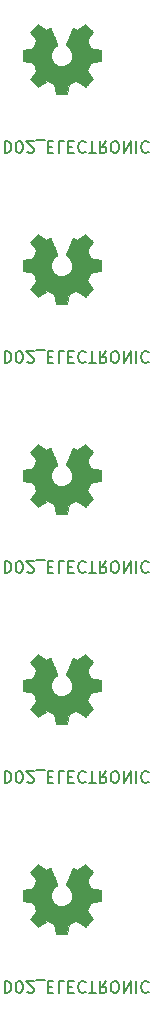
<source format=gbr>
G04 #@! TF.GenerationSoftware,KiCad,Pcbnew,5.1.5-52549c5~86~ubuntu18.04.1*
G04 #@! TF.CreationDate,2020-09-17T20:37:07-05:00*
G04 #@! TF.ProjectId,,58585858-5858-4585-9858-585858585858,rev?*
G04 #@! TF.SameCoordinates,Original*
G04 #@! TF.FileFunction,Legend,Bot*
G04 #@! TF.FilePolarity,Positive*
%FSLAX46Y46*%
G04 Gerber Fmt 4.6, Leading zero omitted, Abs format (unit mm)*
G04 Created by KiCad (PCBNEW 5.1.5-52549c5~86~ubuntu18.04.1) date 2020-09-17 20:37:07*
%MOMM*%
%LPD*%
G04 APERTURE LIST*
%ADD10C,0.150000*%
%ADD11C,0.010000*%
G04 APERTURE END LIST*
D10*
X49452971Y-113644419D02*
X49452971Y-114644419D01*
X49691066Y-114644419D01*
X49833923Y-114596800D01*
X49929161Y-114501561D01*
X49976780Y-114406323D01*
X50024400Y-114215847D01*
X50024400Y-114072990D01*
X49976780Y-113882514D01*
X49929161Y-113787276D01*
X49833923Y-113692038D01*
X49691066Y-113644419D01*
X49452971Y-113644419D01*
X50643447Y-114644419D02*
X50738685Y-114644419D01*
X50833923Y-114596800D01*
X50881542Y-114549180D01*
X50929161Y-114453942D01*
X50976780Y-114263466D01*
X50976780Y-114025371D01*
X50929161Y-113834895D01*
X50881542Y-113739657D01*
X50833923Y-113692038D01*
X50738685Y-113644419D01*
X50643447Y-113644419D01*
X50548209Y-113692038D01*
X50500590Y-113739657D01*
X50452971Y-113834895D01*
X50405352Y-114025371D01*
X50405352Y-114263466D01*
X50452971Y-114453942D01*
X50500590Y-114549180D01*
X50548209Y-114596800D01*
X50643447Y-114644419D01*
X51357733Y-114549180D02*
X51405352Y-114596800D01*
X51500590Y-114644419D01*
X51738685Y-114644419D01*
X51833923Y-114596800D01*
X51881542Y-114549180D01*
X51929161Y-114453942D01*
X51929161Y-114358704D01*
X51881542Y-114215847D01*
X51310114Y-113644419D01*
X51929161Y-113644419D01*
X52119638Y-113549180D02*
X52881542Y-113549180D01*
X53119638Y-114168228D02*
X53452971Y-114168228D01*
X53595828Y-113644419D02*
X53119638Y-113644419D01*
X53119638Y-114644419D01*
X53595828Y-114644419D01*
X54500590Y-113644419D02*
X54024399Y-113644419D01*
X54024399Y-114644419D01*
X54833923Y-114168228D02*
X55167257Y-114168228D01*
X55310114Y-113644419D02*
X54833923Y-113644419D01*
X54833923Y-114644419D01*
X55310114Y-114644419D01*
X56310114Y-113739657D02*
X56262495Y-113692038D01*
X56119638Y-113644419D01*
X56024399Y-113644419D01*
X55881542Y-113692038D01*
X55786304Y-113787276D01*
X55738685Y-113882514D01*
X55691066Y-114072990D01*
X55691066Y-114215847D01*
X55738685Y-114406323D01*
X55786304Y-114501561D01*
X55881542Y-114596800D01*
X56024399Y-114644419D01*
X56119638Y-114644419D01*
X56262495Y-114596800D01*
X56310114Y-114549180D01*
X56595828Y-114644419D02*
X57167257Y-114644419D01*
X56881542Y-113644419D02*
X56881542Y-114644419D01*
X58072019Y-113644419D02*
X57738685Y-114120609D01*
X57500590Y-113644419D02*
X57500590Y-114644419D01*
X57881542Y-114644419D01*
X57976780Y-114596800D01*
X58024399Y-114549180D01*
X58072019Y-114453942D01*
X58072019Y-114311085D01*
X58024399Y-114215847D01*
X57976780Y-114168228D01*
X57881542Y-114120609D01*
X57500590Y-114120609D01*
X58691066Y-114644419D02*
X58881542Y-114644419D01*
X58976780Y-114596800D01*
X59072019Y-114501561D01*
X59119638Y-114311085D01*
X59119638Y-113977752D01*
X59072019Y-113787276D01*
X58976780Y-113692038D01*
X58881542Y-113644419D01*
X58691066Y-113644419D01*
X58595828Y-113692038D01*
X58500590Y-113787276D01*
X58452971Y-113977752D01*
X58452971Y-114311085D01*
X58500590Y-114501561D01*
X58595828Y-114596800D01*
X58691066Y-114644419D01*
X59548209Y-113644419D02*
X59548209Y-114644419D01*
X60119638Y-113644419D01*
X60119638Y-114644419D01*
X60595828Y-113644419D02*
X60595828Y-114644419D01*
X61643447Y-113739657D02*
X61595828Y-113692038D01*
X61452971Y-113644419D01*
X61357733Y-113644419D01*
X61214876Y-113692038D01*
X61119638Y-113787276D01*
X61072019Y-113882514D01*
X61024399Y-114072990D01*
X61024399Y-114215847D01*
X61072019Y-114406323D01*
X61119638Y-114501561D01*
X61214876Y-114596800D01*
X61357733Y-114644419D01*
X61452971Y-114644419D01*
X61595828Y-114596800D01*
X61643447Y-114549180D01*
X49452971Y-95864419D02*
X49452971Y-96864419D01*
X49691066Y-96864419D01*
X49833923Y-96816800D01*
X49929161Y-96721561D01*
X49976780Y-96626323D01*
X50024400Y-96435847D01*
X50024400Y-96292990D01*
X49976780Y-96102514D01*
X49929161Y-96007276D01*
X49833923Y-95912038D01*
X49691066Y-95864419D01*
X49452971Y-95864419D01*
X50643447Y-96864419D02*
X50738685Y-96864419D01*
X50833923Y-96816800D01*
X50881542Y-96769180D01*
X50929161Y-96673942D01*
X50976780Y-96483466D01*
X50976780Y-96245371D01*
X50929161Y-96054895D01*
X50881542Y-95959657D01*
X50833923Y-95912038D01*
X50738685Y-95864419D01*
X50643447Y-95864419D01*
X50548209Y-95912038D01*
X50500590Y-95959657D01*
X50452971Y-96054895D01*
X50405352Y-96245371D01*
X50405352Y-96483466D01*
X50452971Y-96673942D01*
X50500590Y-96769180D01*
X50548209Y-96816800D01*
X50643447Y-96864419D01*
X51357733Y-96769180D02*
X51405352Y-96816800D01*
X51500590Y-96864419D01*
X51738685Y-96864419D01*
X51833923Y-96816800D01*
X51881542Y-96769180D01*
X51929161Y-96673942D01*
X51929161Y-96578704D01*
X51881542Y-96435847D01*
X51310114Y-95864419D01*
X51929161Y-95864419D01*
X52119638Y-95769180D02*
X52881542Y-95769180D01*
X53119638Y-96388228D02*
X53452971Y-96388228D01*
X53595828Y-95864419D02*
X53119638Y-95864419D01*
X53119638Y-96864419D01*
X53595828Y-96864419D01*
X54500590Y-95864419D02*
X54024399Y-95864419D01*
X54024399Y-96864419D01*
X54833923Y-96388228D02*
X55167257Y-96388228D01*
X55310114Y-95864419D02*
X54833923Y-95864419D01*
X54833923Y-96864419D01*
X55310114Y-96864419D01*
X56310114Y-95959657D02*
X56262495Y-95912038D01*
X56119638Y-95864419D01*
X56024399Y-95864419D01*
X55881542Y-95912038D01*
X55786304Y-96007276D01*
X55738685Y-96102514D01*
X55691066Y-96292990D01*
X55691066Y-96435847D01*
X55738685Y-96626323D01*
X55786304Y-96721561D01*
X55881542Y-96816800D01*
X56024399Y-96864419D01*
X56119638Y-96864419D01*
X56262495Y-96816800D01*
X56310114Y-96769180D01*
X56595828Y-96864419D02*
X57167257Y-96864419D01*
X56881542Y-95864419D02*
X56881542Y-96864419D01*
X58072019Y-95864419D02*
X57738685Y-96340609D01*
X57500590Y-95864419D02*
X57500590Y-96864419D01*
X57881542Y-96864419D01*
X57976780Y-96816800D01*
X58024399Y-96769180D01*
X58072019Y-96673942D01*
X58072019Y-96531085D01*
X58024399Y-96435847D01*
X57976780Y-96388228D01*
X57881542Y-96340609D01*
X57500590Y-96340609D01*
X58691066Y-96864419D02*
X58881542Y-96864419D01*
X58976780Y-96816800D01*
X59072019Y-96721561D01*
X59119638Y-96531085D01*
X59119638Y-96197752D01*
X59072019Y-96007276D01*
X58976780Y-95912038D01*
X58881542Y-95864419D01*
X58691066Y-95864419D01*
X58595828Y-95912038D01*
X58500590Y-96007276D01*
X58452971Y-96197752D01*
X58452971Y-96531085D01*
X58500590Y-96721561D01*
X58595828Y-96816800D01*
X58691066Y-96864419D01*
X59548209Y-95864419D02*
X59548209Y-96864419D01*
X60119638Y-95864419D01*
X60119638Y-96864419D01*
X60595828Y-95864419D02*
X60595828Y-96864419D01*
X61643447Y-95959657D02*
X61595828Y-95912038D01*
X61452971Y-95864419D01*
X61357733Y-95864419D01*
X61214876Y-95912038D01*
X61119638Y-96007276D01*
X61072019Y-96102514D01*
X61024399Y-96292990D01*
X61024399Y-96435847D01*
X61072019Y-96626323D01*
X61119638Y-96721561D01*
X61214876Y-96816800D01*
X61357733Y-96864419D01*
X61452971Y-96864419D01*
X61595828Y-96816800D01*
X61643447Y-96769180D01*
X49452971Y-78084419D02*
X49452971Y-79084419D01*
X49691066Y-79084419D01*
X49833923Y-79036800D01*
X49929161Y-78941561D01*
X49976780Y-78846323D01*
X50024400Y-78655847D01*
X50024400Y-78512990D01*
X49976780Y-78322514D01*
X49929161Y-78227276D01*
X49833923Y-78132038D01*
X49691066Y-78084419D01*
X49452971Y-78084419D01*
X50643447Y-79084419D02*
X50738685Y-79084419D01*
X50833923Y-79036800D01*
X50881542Y-78989180D01*
X50929161Y-78893942D01*
X50976780Y-78703466D01*
X50976780Y-78465371D01*
X50929161Y-78274895D01*
X50881542Y-78179657D01*
X50833923Y-78132038D01*
X50738685Y-78084419D01*
X50643447Y-78084419D01*
X50548209Y-78132038D01*
X50500590Y-78179657D01*
X50452971Y-78274895D01*
X50405352Y-78465371D01*
X50405352Y-78703466D01*
X50452971Y-78893942D01*
X50500590Y-78989180D01*
X50548209Y-79036800D01*
X50643447Y-79084419D01*
X51357733Y-78989180D02*
X51405352Y-79036800D01*
X51500590Y-79084419D01*
X51738685Y-79084419D01*
X51833923Y-79036800D01*
X51881542Y-78989180D01*
X51929161Y-78893942D01*
X51929161Y-78798704D01*
X51881542Y-78655847D01*
X51310114Y-78084419D01*
X51929161Y-78084419D01*
X52119638Y-77989180D02*
X52881542Y-77989180D01*
X53119638Y-78608228D02*
X53452971Y-78608228D01*
X53595828Y-78084419D02*
X53119638Y-78084419D01*
X53119638Y-79084419D01*
X53595828Y-79084419D01*
X54500590Y-78084419D02*
X54024399Y-78084419D01*
X54024399Y-79084419D01*
X54833923Y-78608228D02*
X55167257Y-78608228D01*
X55310114Y-78084419D02*
X54833923Y-78084419D01*
X54833923Y-79084419D01*
X55310114Y-79084419D01*
X56310114Y-78179657D02*
X56262495Y-78132038D01*
X56119638Y-78084419D01*
X56024399Y-78084419D01*
X55881542Y-78132038D01*
X55786304Y-78227276D01*
X55738685Y-78322514D01*
X55691066Y-78512990D01*
X55691066Y-78655847D01*
X55738685Y-78846323D01*
X55786304Y-78941561D01*
X55881542Y-79036800D01*
X56024399Y-79084419D01*
X56119638Y-79084419D01*
X56262495Y-79036800D01*
X56310114Y-78989180D01*
X56595828Y-79084419D02*
X57167257Y-79084419D01*
X56881542Y-78084419D02*
X56881542Y-79084419D01*
X58072019Y-78084419D02*
X57738685Y-78560609D01*
X57500590Y-78084419D02*
X57500590Y-79084419D01*
X57881542Y-79084419D01*
X57976780Y-79036800D01*
X58024399Y-78989180D01*
X58072019Y-78893942D01*
X58072019Y-78751085D01*
X58024399Y-78655847D01*
X57976780Y-78608228D01*
X57881542Y-78560609D01*
X57500590Y-78560609D01*
X58691066Y-79084419D02*
X58881542Y-79084419D01*
X58976780Y-79036800D01*
X59072019Y-78941561D01*
X59119638Y-78751085D01*
X59119638Y-78417752D01*
X59072019Y-78227276D01*
X58976780Y-78132038D01*
X58881542Y-78084419D01*
X58691066Y-78084419D01*
X58595828Y-78132038D01*
X58500590Y-78227276D01*
X58452971Y-78417752D01*
X58452971Y-78751085D01*
X58500590Y-78941561D01*
X58595828Y-79036800D01*
X58691066Y-79084419D01*
X59548209Y-78084419D02*
X59548209Y-79084419D01*
X60119638Y-78084419D01*
X60119638Y-79084419D01*
X60595828Y-78084419D02*
X60595828Y-79084419D01*
X61643447Y-78179657D02*
X61595828Y-78132038D01*
X61452971Y-78084419D01*
X61357733Y-78084419D01*
X61214876Y-78132038D01*
X61119638Y-78227276D01*
X61072019Y-78322514D01*
X61024399Y-78512990D01*
X61024399Y-78655847D01*
X61072019Y-78846323D01*
X61119638Y-78941561D01*
X61214876Y-79036800D01*
X61357733Y-79084419D01*
X61452971Y-79084419D01*
X61595828Y-79036800D01*
X61643447Y-78989180D01*
X49452971Y-60304419D02*
X49452971Y-61304419D01*
X49691066Y-61304419D01*
X49833923Y-61256800D01*
X49929161Y-61161561D01*
X49976780Y-61066323D01*
X50024400Y-60875847D01*
X50024400Y-60732990D01*
X49976780Y-60542514D01*
X49929161Y-60447276D01*
X49833923Y-60352038D01*
X49691066Y-60304419D01*
X49452971Y-60304419D01*
X50643447Y-61304419D02*
X50738685Y-61304419D01*
X50833923Y-61256800D01*
X50881542Y-61209180D01*
X50929161Y-61113942D01*
X50976780Y-60923466D01*
X50976780Y-60685371D01*
X50929161Y-60494895D01*
X50881542Y-60399657D01*
X50833923Y-60352038D01*
X50738685Y-60304419D01*
X50643447Y-60304419D01*
X50548209Y-60352038D01*
X50500590Y-60399657D01*
X50452971Y-60494895D01*
X50405352Y-60685371D01*
X50405352Y-60923466D01*
X50452971Y-61113942D01*
X50500590Y-61209180D01*
X50548209Y-61256800D01*
X50643447Y-61304419D01*
X51357733Y-61209180D02*
X51405352Y-61256800D01*
X51500590Y-61304419D01*
X51738685Y-61304419D01*
X51833923Y-61256800D01*
X51881542Y-61209180D01*
X51929161Y-61113942D01*
X51929161Y-61018704D01*
X51881542Y-60875847D01*
X51310114Y-60304419D01*
X51929161Y-60304419D01*
X52119638Y-60209180D02*
X52881542Y-60209180D01*
X53119638Y-60828228D02*
X53452971Y-60828228D01*
X53595828Y-60304419D02*
X53119638Y-60304419D01*
X53119638Y-61304419D01*
X53595828Y-61304419D01*
X54500590Y-60304419D02*
X54024399Y-60304419D01*
X54024399Y-61304419D01*
X54833923Y-60828228D02*
X55167257Y-60828228D01*
X55310114Y-60304419D02*
X54833923Y-60304419D01*
X54833923Y-61304419D01*
X55310114Y-61304419D01*
X56310114Y-60399657D02*
X56262495Y-60352038D01*
X56119638Y-60304419D01*
X56024399Y-60304419D01*
X55881542Y-60352038D01*
X55786304Y-60447276D01*
X55738685Y-60542514D01*
X55691066Y-60732990D01*
X55691066Y-60875847D01*
X55738685Y-61066323D01*
X55786304Y-61161561D01*
X55881542Y-61256800D01*
X56024399Y-61304419D01*
X56119638Y-61304419D01*
X56262495Y-61256800D01*
X56310114Y-61209180D01*
X56595828Y-61304419D02*
X57167257Y-61304419D01*
X56881542Y-60304419D02*
X56881542Y-61304419D01*
X58072019Y-60304419D02*
X57738685Y-60780609D01*
X57500590Y-60304419D02*
X57500590Y-61304419D01*
X57881542Y-61304419D01*
X57976780Y-61256800D01*
X58024399Y-61209180D01*
X58072019Y-61113942D01*
X58072019Y-60971085D01*
X58024399Y-60875847D01*
X57976780Y-60828228D01*
X57881542Y-60780609D01*
X57500590Y-60780609D01*
X58691066Y-61304419D02*
X58881542Y-61304419D01*
X58976780Y-61256800D01*
X59072019Y-61161561D01*
X59119638Y-60971085D01*
X59119638Y-60637752D01*
X59072019Y-60447276D01*
X58976780Y-60352038D01*
X58881542Y-60304419D01*
X58691066Y-60304419D01*
X58595828Y-60352038D01*
X58500590Y-60447276D01*
X58452971Y-60637752D01*
X58452971Y-60971085D01*
X58500590Y-61161561D01*
X58595828Y-61256800D01*
X58691066Y-61304419D01*
X59548209Y-60304419D02*
X59548209Y-61304419D01*
X60119638Y-60304419D01*
X60119638Y-61304419D01*
X60595828Y-60304419D02*
X60595828Y-61304419D01*
X61643447Y-60399657D02*
X61595828Y-60352038D01*
X61452971Y-60304419D01*
X61357733Y-60304419D01*
X61214876Y-60352038D01*
X61119638Y-60447276D01*
X61072019Y-60542514D01*
X61024399Y-60732990D01*
X61024399Y-60875847D01*
X61072019Y-61066323D01*
X61119638Y-61161561D01*
X61214876Y-61256800D01*
X61357733Y-61304419D01*
X61452971Y-61304419D01*
X61595828Y-61256800D01*
X61643447Y-61209180D01*
X49452971Y-42524419D02*
X49452971Y-43524419D01*
X49691066Y-43524419D01*
X49833923Y-43476800D01*
X49929161Y-43381561D01*
X49976780Y-43286323D01*
X50024400Y-43095847D01*
X50024400Y-42952990D01*
X49976780Y-42762514D01*
X49929161Y-42667276D01*
X49833923Y-42572038D01*
X49691066Y-42524419D01*
X49452971Y-42524419D01*
X50643447Y-43524419D02*
X50738685Y-43524419D01*
X50833923Y-43476800D01*
X50881542Y-43429180D01*
X50929161Y-43333942D01*
X50976780Y-43143466D01*
X50976780Y-42905371D01*
X50929161Y-42714895D01*
X50881542Y-42619657D01*
X50833923Y-42572038D01*
X50738685Y-42524419D01*
X50643447Y-42524419D01*
X50548209Y-42572038D01*
X50500590Y-42619657D01*
X50452971Y-42714895D01*
X50405352Y-42905371D01*
X50405352Y-43143466D01*
X50452971Y-43333942D01*
X50500590Y-43429180D01*
X50548209Y-43476800D01*
X50643447Y-43524419D01*
X51357733Y-43429180D02*
X51405352Y-43476800D01*
X51500590Y-43524419D01*
X51738685Y-43524419D01*
X51833923Y-43476800D01*
X51881542Y-43429180D01*
X51929161Y-43333942D01*
X51929161Y-43238704D01*
X51881542Y-43095847D01*
X51310114Y-42524419D01*
X51929161Y-42524419D01*
X52119638Y-42429180D02*
X52881542Y-42429180D01*
X53119638Y-43048228D02*
X53452971Y-43048228D01*
X53595828Y-42524419D02*
X53119638Y-42524419D01*
X53119638Y-43524419D01*
X53595828Y-43524419D01*
X54500590Y-42524419D02*
X54024399Y-42524419D01*
X54024399Y-43524419D01*
X54833923Y-43048228D02*
X55167257Y-43048228D01*
X55310114Y-42524419D02*
X54833923Y-42524419D01*
X54833923Y-43524419D01*
X55310114Y-43524419D01*
X56310114Y-42619657D02*
X56262495Y-42572038D01*
X56119638Y-42524419D01*
X56024399Y-42524419D01*
X55881542Y-42572038D01*
X55786304Y-42667276D01*
X55738685Y-42762514D01*
X55691066Y-42952990D01*
X55691066Y-43095847D01*
X55738685Y-43286323D01*
X55786304Y-43381561D01*
X55881542Y-43476800D01*
X56024399Y-43524419D01*
X56119638Y-43524419D01*
X56262495Y-43476800D01*
X56310114Y-43429180D01*
X56595828Y-43524419D02*
X57167257Y-43524419D01*
X56881542Y-42524419D02*
X56881542Y-43524419D01*
X58072019Y-42524419D02*
X57738685Y-43000609D01*
X57500590Y-42524419D02*
X57500590Y-43524419D01*
X57881542Y-43524419D01*
X57976780Y-43476800D01*
X58024399Y-43429180D01*
X58072019Y-43333942D01*
X58072019Y-43191085D01*
X58024399Y-43095847D01*
X57976780Y-43048228D01*
X57881542Y-43000609D01*
X57500590Y-43000609D01*
X58691066Y-43524419D02*
X58881542Y-43524419D01*
X58976780Y-43476800D01*
X59072019Y-43381561D01*
X59119638Y-43191085D01*
X59119638Y-42857752D01*
X59072019Y-42667276D01*
X58976780Y-42572038D01*
X58881542Y-42524419D01*
X58691066Y-42524419D01*
X58595828Y-42572038D01*
X58500590Y-42667276D01*
X58452971Y-42857752D01*
X58452971Y-43191085D01*
X58500590Y-43381561D01*
X58595828Y-43476800D01*
X58691066Y-43524419D01*
X59548209Y-42524419D02*
X59548209Y-43524419D01*
X60119638Y-42524419D01*
X60119638Y-43524419D01*
X60595828Y-42524419D02*
X60595828Y-43524419D01*
X61643447Y-42619657D02*
X61595828Y-42572038D01*
X61452971Y-42524419D01*
X61357733Y-42524419D01*
X61214876Y-42572038D01*
X61119638Y-42667276D01*
X61072019Y-42762514D01*
X61024399Y-42952990D01*
X61024399Y-43095847D01*
X61072019Y-43286323D01*
X61119638Y-43381561D01*
X61214876Y-43476800D01*
X61357733Y-43524419D01*
X61452971Y-43524419D01*
X61595828Y-43476800D01*
X61643447Y-43429180D01*
D11*
G36*
X54835614Y-109236469D02*
G01*
X54919435Y-108791845D01*
X55228720Y-108664347D01*
X55538006Y-108536849D01*
X55909046Y-108789154D01*
X56012957Y-108859404D01*
X56106887Y-108922128D01*
X56186452Y-108974462D01*
X56247270Y-109013543D01*
X56284957Y-109036507D01*
X56295221Y-109041458D01*
X56313710Y-109028724D01*
X56353220Y-108993518D01*
X56409322Y-108940338D01*
X56477587Y-108873682D01*
X56553586Y-108798046D01*
X56632892Y-108717928D01*
X56711075Y-108637826D01*
X56783707Y-108562236D01*
X56846359Y-108495655D01*
X56894603Y-108442582D01*
X56924010Y-108407513D01*
X56931041Y-108395777D01*
X56920923Y-108374140D01*
X56892559Y-108326738D01*
X56848929Y-108258207D01*
X56793018Y-108173185D01*
X56727806Y-108076307D01*
X56690019Y-108021050D01*
X56621143Y-107920152D01*
X56559940Y-107829101D01*
X56509378Y-107752430D01*
X56472428Y-107694672D01*
X56452058Y-107660357D01*
X56448997Y-107653146D01*
X56455936Y-107632652D01*
X56474851Y-107584887D01*
X56502887Y-107516568D01*
X56537191Y-107434411D01*
X56574909Y-107345130D01*
X56613187Y-107255442D01*
X56649170Y-107172062D01*
X56680006Y-107101706D01*
X56702839Y-107051090D01*
X56714817Y-107026929D01*
X56715524Y-107025978D01*
X56734331Y-107021364D01*
X56784418Y-107011072D01*
X56860593Y-106996113D01*
X56957665Y-106977499D01*
X57070443Y-106956241D01*
X57136242Y-106943982D01*
X57256750Y-106921038D01*
X57365597Y-106899205D01*
X57457276Y-106879678D01*
X57526281Y-106863652D01*
X57567104Y-106852321D01*
X57575311Y-106848726D01*
X57583348Y-106824394D01*
X57589833Y-106769441D01*
X57594770Y-106690292D01*
X57598164Y-106593374D01*
X57600018Y-106485113D01*
X57600338Y-106371935D01*
X57599127Y-106260265D01*
X57596390Y-106156532D01*
X57592131Y-106067159D01*
X57586355Y-105998574D01*
X57579067Y-105957203D01*
X57574695Y-105948590D01*
X57548564Y-105938267D01*
X57493193Y-105923508D01*
X57415907Y-105906048D01*
X57324030Y-105887620D01*
X57291958Y-105881659D01*
X57137324Y-105853334D01*
X57015175Y-105830524D01*
X56921473Y-105812320D01*
X56852184Y-105797817D01*
X56803271Y-105786108D01*
X56770697Y-105776285D01*
X56750428Y-105767444D01*
X56738426Y-105758676D01*
X56736747Y-105756943D01*
X56719984Y-105729029D01*
X56694414Y-105674705D01*
X56662588Y-105600623D01*
X56627060Y-105513435D01*
X56590383Y-105419792D01*
X56555111Y-105326348D01*
X56523796Y-105239753D01*
X56498993Y-105166660D01*
X56483254Y-105113722D01*
X56479132Y-105087589D01*
X56479476Y-105086674D01*
X56493441Y-105065314D01*
X56525122Y-105018316D01*
X56571191Y-104950573D01*
X56628318Y-104866977D01*
X56693173Y-104772418D01*
X56711643Y-104745546D01*
X56777499Y-104648125D01*
X56835450Y-104559237D01*
X56882338Y-104483988D01*
X56915007Y-104427480D01*
X56930300Y-104394819D01*
X56931041Y-104390807D01*
X56918192Y-104369716D01*
X56882688Y-104327936D01*
X56829093Y-104269955D01*
X56761971Y-104200265D01*
X56685887Y-104123355D01*
X56605404Y-104043717D01*
X56525087Y-103965839D01*
X56449499Y-103894214D01*
X56383205Y-103833330D01*
X56330769Y-103787679D01*
X56296755Y-103761750D01*
X56287345Y-103757517D01*
X56265443Y-103767488D01*
X56220600Y-103794380D01*
X56160121Y-103833664D01*
X56113589Y-103865283D01*
X56029275Y-103923302D01*
X55929426Y-103991616D01*
X55829273Y-104059821D01*
X55775427Y-104096325D01*
X55593171Y-104219600D01*
X55440181Y-104136880D01*
X55370482Y-104100641D01*
X55311214Y-104072474D01*
X55271111Y-104056409D01*
X55260903Y-104054174D01*
X55248629Y-104070678D01*
X55224413Y-104117318D01*
X55190063Y-104189791D01*
X55147388Y-104283794D01*
X55098194Y-104395026D01*
X55044290Y-104519185D01*
X54987484Y-104651968D01*
X54929582Y-104789073D01*
X54872393Y-104926198D01*
X54817724Y-105059042D01*
X54767384Y-105183302D01*
X54723180Y-105294675D01*
X54686919Y-105388861D01*
X54660409Y-105461556D01*
X54645458Y-105508459D01*
X54643054Y-105524567D01*
X54662111Y-105545114D01*
X54703836Y-105578467D01*
X54759506Y-105617698D01*
X54764178Y-105620801D01*
X54908064Y-105735977D01*
X55024083Y-105870347D01*
X55111230Y-106019616D01*
X55168499Y-106179487D01*
X55194886Y-106345663D01*
X55189385Y-106513848D01*
X55150990Y-106679745D01*
X55078695Y-106839058D01*
X55057426Y-106873913D01*
X54946796Y-107014663D01*
X54816102Y-107127686D01*
X54669864Y-107212397D01*
X54512608Y-107268206D01*
X54348857Y-107294526D01*
X54183133Y-107290770D01*
X54019962Y-107256350D01*
X53863865Y-107190677D01*
X53719367Y-107093165D01*
X53674669Y-107053587D01*
X53560912Y-106929697D01*
X53478018Y-106799276D01*
X53421156Y-106653085D01*
X53389487Y-106508312D01*
X53381669Y-106345540D01*
X53407738Y-106181960D01*
X53465045Y-106023102D01*
X53550944Y-105874494D01*
X53662786Y-105741665D01*
X53797923Y-105630144D01*
X53815683Y-105618389D01*
X53871950Y-105579892D01*
X53914723Y-105546537D01*
X53935172Y-105525240D01*
X53935469Y-105524567D01*
X53931079Y-105501529D01*
X53913676Y-105449243D01*
X53885068Y-105372010D01*
X53847065Y-105274132D01*
X53801474Y-105159909D01*
X53750103Y-105033642D01*
X53694762Y-104899633D01*
X53637258Y-104762182D01*
X53579401Y-104625592D01*
X53522998Y-104494163D01*
X53469858Y-104372195D01*
X53421790Y-104263991D01*
X53380601Y-104173851D01*
X53348101Y-104106077D01*
X53326097Y-104064970D01*
X53317236Y-104054174D01*
X53290160Y-104062581D01*
X53239497Y-104085128D01*
X53173983Y-104117787D01*
X53137959Y-104136880D01*
X52984968Y-104219600D01*
X52802712Y-104096325D01*
X52709675Y-104033172D01*
X52607815Y-103963673D01*
X52512362Y-103898235D01*
X52464550Y-103865283D01*
X52397305Y-103820127D01*
X52340364Y-103784343D01*
X52301154Y-103762462D01*
X52288419Y-103757837D01*
X52269883Y-103770315D01*
X52228859Y-103805148D01*
X52169325Y-103858722D01*
X52095258Y-103927417D01*
X52010635Y-104007619D01*
X51957115Y-104059114D01*
X51863481Y-104151114D01*
X51782559Y-104233401D01*
X51717623Y-104302455D01*
X51671942Y-104354756D01*
X51648789Y-104386784D01*
X51646568Y-104393284D01*
X51656876Y-104418006D01*
X51685361Y-104467995D01*
X51728863Y-104538188D01*
X51784223Y-104623525D01*
X51848280Y-104718944D01*
X51866497Y-104745546D01*
X51932873Y-104842233D01*
X51992422Y-104929283D01*
X52041816Y-105001805D01*
X52077725Y-105054907D01*
X52096819Y-105083697D01*
X52098664Y-105086674D01*
X52095905Y-105109618D01*
X52081262Y-105160064D01*
X52057287Y-105231359D01*
X52026534Y-105316853D01*
X51991556Y-105409893D01*
X51954907Y-105503826D01*
X51919139Y-105592001D01*
X51886806Y-105667766D01*
X51860462Y-105724469D01*
X51842658Y-105755457D01*
X51841393Y-105756943D01*
X51830506Y-105765799D01*
X51812118Y-105774557D01*
X51782194Y-105784123D01*
X51736697Y-105795404D01*
X51671591Y-105809307D01*
X51582839Y-105826737D01*
X51466407Y-105848602D01*
X51318258Y-105875809D01*
X51286182Y-105881659D01*
X51191114Y-105900026D01*
X51108235Y-105917995D01*
X51044870Y-105933831D01*
X51008342Y-105945800D01*
X51003444Y-105948590D01*
X50995373Y-105973328D01*
X50988813Y-106028610D01*
X50983767Y-106108011D01*
X50980241Y-106205104D01*
X50978239Y-106313462D01*
X50977764Y-106426660D01*
X50978823Y-106538272D01*
X50981418Y-106641871D01*
X50985554Y-106731032D01*
X50991237Y-106799328D01*
X50998469Y-106840334D01*
X51002829Y-106848726D01*
X51027102Y-106857192D01*
X51082374Y-106870965D01*
X51163138Y-106888850D01*
X51263888Y-106909652D01*
X51379117Y-106932177D01*
X51441898Y-106943982D01*
X51561013Y-106966249D01*
X51667235Y-106986421D01*
X51755373Y-107003485D01*
X51820234Y-107016431D01*
X51856626Y-107024245D01*
X51862616Y-107025978D01*
X51872739Y-107045510D01*
X51894138Y-107092557D01*
X51923961Y-107160397D01*
X51959355Y-107242309D01*
X51997468Y-107331572D01*
X52035447Y-107421465D01*
X52070440Y-107505265D01*
X52099594Y-107576253D01*
X52120057Y-107627706D01*
X52128977Y-107652903D01*
X52129143Y-107654004D01*
X52119031Y-107673881D01*
X52090683Y-107719623D01*
X52047077Y-107786683D01*
X51991194Y-107870516D01*
X51926013Y-107966574D01*
X51888121Y-108021750D01*
X51819075Y-108122919D01*
X51757750Y-108214770D01*
X51707137Y-108292656D01*
X51670229Y-108351931D01*
X51650018Y-108387949D01*
X51647099Y-108396023D01*
X51659647Y-108414816D01*
X51694337Y-108454943D01*
X51746737Y-108511907D01*
X51812416Y-108581215D01*
X51886944Y-108658369D01*
X51965887Y-108738875D01*
X52044817Y-108818237D01*
X52119300Y-108891960D01*
X52184906Y-108955548D01*
X52237204Y-109004506D01*
X52271761Y-109034339D01*
X52283322Y-109041458D01*
X52302146Y-109031447D01*
X52347169Y-109003322D01*
X52414013Y-108959946D01*
X52498301Y-108904182D01*
X52595656Y-108838894D01*
X52669093Y-108789154D01*
X53040133Y-108536849D01*
X53658705Y-108791845D01*
X53742525Y-109236469D01*
X53826346Y-109681093D01*
X54751794Y-109681093D01*
X54835614Y-109236469D01*
G37*
X54835614Y-109236469D02*
X54919435Y-108791845D01*
X55228720Y-108664347D01*
X55538006Y-108536849D01*
X55909046Y-108789154D01*
X56012957Y-108859404D01*
X56106887Y-108922128D01*
X56186452Y-108974462D01*
X56247270Y-109013543D01*
X56284957Y-109036507D01*
X56295221Y-109041458D01*
X56313710Y-109028724D01*
X56353220Y-108993518D01*
X56409322Y-108940338D01*
X56477587Y-108873682D01*
X56553586Y-108798046D01*
X56632892Y-108717928D01*
X56711075Y-108637826D01*
X56783707Y-108562236D01*
X56846359Y-108495655D01*
X56894603Y-108442582D01*
X56924010Y-108407513D01*
X56931041Y-108395777D01*
X56920923Y-108374140D01*
X56892559Y-108326738D01*
X56848929Y-108258207D01*
X56793018Y-108173185D01*
X56727806Y-108076307D01*
X56690019Y-108021050D01*
X56621143Y-107920152D01*
X56559940Y-107829101D01*
X56509378Y-107752430D01*
X56472428Y-107694672D01*
X56452058Y-107660357D01*
X56448997Y-107653146D01*
X56455936Y-107632652D01*
X56474851Y-107584887D01*
X56502887Y-107516568D01*
X56537191Y-107434411D01*
X56574909Y-107345130D01*
X56613187Y-107255442D01*
X56649170Y-107172062D01*
X56680006Y-107101706D01*
X56702839Y-107051090D01*
X56714817Y-107026929D01*
X56715524Y-107025978D01*
X56734331Y-107021364D01*
X56784418Y-107011072D01*
X56860593Y-106996113D01*
X56957665Y-106977499D01*
X57070443Y-106956241D01*
X57136242Y-106943982D01*
X57256750Y-106921038D01*
X57365597Y-106899205D01*
X57457276Y-106879678D01*
X57526281Y-106863652D01*
X57567104Y-106852321D01*
X57575311Y-106848726D01*
X57583348Y-106824394D01*
X57589833Y-106769441D01*
X57594770Y-106690292D01*
X57598164Y-106593374D01*
X57600018Y-106485113D01*
X57600338Y-106371935D01*
X57599127Y-106260265D01*
X57596390Y-106156532D01*
X57592131Y-106067159D01*
X57586355Y-105998574D01*
X57579067Y-105957203D01*
X57574695Y-105948590D01*
X57548564Y-105938267D01*
X57493193Y-105923508D01*
X57415907Y-105906048D01*
X57324030Y-105887620D01*
X57291958Y-105881659D01*
X57137324Y-105853334D01*
X57015175Y-105830524D01*
X56921473Y-105812320D01*
X56852184Y-105797817D01*
X56803271Y-105786108D01*
X56770697Y-105776285D01*
X56750428Y-105767444D01*
X56738426Y-105758676D01*
X56736747Y-105756943D01*
X56719984Y-105729029D01*
X56694414Y-105674705D01*
X56662588Y-105600623D01*
X56627060Y-105513435D01*
X56590383Y-105419792D01*
X56555111Y-105326348D01*
X56523796Y-105239753D01*
X56498993Y-105166660D01*
X56483254Y-105113722D01*
X56479132Y-105087589D01*
X56479476Y-105086674D01*
X56493441Y-105065314D01*
X56525122Y-105018316D01*
X56571191Y-104950573D01*
X56628318Y-104866977D01*
X56693173Y-104772418D01*
X56711643Y-104745546D01*
X56777499Y-104648125D01*
X56835450Y-104559237D01*
X56882338Y-104483988D01*
X56915007Y-104427480D01*
X56930300Y-104394819D01*
X56931041Y-104390807D01*
X56918192Y-104369716D01*
X56882688Y-104327936D01*
X56829093Y-104269955D01*
X56761971Y-104200265D01*
X56685887Y-104123355D01*
X56605404Y-104043717D01*
X56525087Y-103965839D01*
X56449499Y-103894214D01*
X56383205Y-103833330D01*
X56330769Y-103787679D01*
X56296755Y-103761750D01*
X56287345Y-103757517D01*
X56265443Y-103767488D01*
X56220600Y-103794380D01*
X56160121Y-103833664D01*
X56113589Y-103865283D01*
X56029275Y-103923302D01*
X55929426Y-103991616D01*
X55829273Y-104059821D01*
X55775427Y-104096325D01*
X55593171Y-104219600D01*
X55440181Y-104136880D01*
X55370482Y-104100641D01*
X55311214Y-104072474D01*
X55271111Y-104056409D01*
X55260903Y-104054174D01*
X55248629Y-104070678D01*
X55224413Y-104117318D01*
X55190063Y-104189791D01*
X55147388Y-104283794D01*
X55098194Y-104395026D01*
X55044290Y-104519185D01*
X54987484Y-104651968D01*
X54929582Y-104789073D01*
X54872393Y-104926198D01*
X54817724Y-105059042D01*
X54767384Y-105183302D01*
X54723180Y-105294675D01*
X54686919Y-105388861D01*
X54660409Y-105461556D01*
X54645458Y-105508459D01*
X54643054Y-105524567D01*
X54662111Y-105545114D01*
X54703836Y-105578467D01*
X54759506Y-105617698D01*
X54764178Y-105620801D01*
X54908064Y-105735977D01*
X55024083Y-105870347D01*
X55111230Y-106019616D01*
X55168499Y-106179487D01*
X55194886Y-106345663D01*
X55189385Y-106513848D01*
X55150990Y-106679745D01*
X55078695Y-106839058D01*
X55057426Y-106873913D01*
X54946796Y-107014663D01*
X54816102Y-107127686D01*
X54669864Y-107212397D01*
X54512608Y-107268206D01*
X54348857Y-107294526D01*
X54183133Y-107290770D01*
X54019962Y-107256350D01*
X53863865Y-107190677D01*
X53719367Y-107093165D01*
X53674669Y-107053587D01*
X53560912Y-106929697D01*
X53478018Y-106799276D01*
X53421156Y-106653085D01*
X53389487Y-106508312D01*
X53381669Y-106345540D01*
X53407738Y-106181960D01*
X53465045Y-106023102D01*
X53550944Y-105874494D01*
X53662786Y-105741665D01*
X53797923Y-105630144D01*
X53815683Y-105618389D01*
X53871950Y-105579892D01*
X53914723Y-105546537D01*
X53935172Y-105525240D01*
X53935469Y-105524567D01*
X53931079Y-105501529D01*
X53913676Y-105449243D01*
X53885068Y-105372010D01*
X53847065Y-105274132D01*
X53801474Y-105159909D01*
X53750103Y-105033642D01*
X53694762Y-104899633D01*
X53637258Y-104762182D01*
X53579401Y-104625592D01*
X53522998Y-104494163D01*
X53469858Y-104372195D01*
X53421790Y-104263991D01*
X53380601Y-104173851D01*
X53348101Y-104106077D01*
X53326097Y-104064970D01*
X53317236Y-104054174D01*
X53290160Y-104062581D01*
X53239497Y-104085128D01*
X53173983Y-104117787D01*
X53137959Y-104136880D01*
X52984968Y-104219600D01*
X52802712Y-104096325D01*
X52709675Y-104033172D01*
X52607815Y-103963673D01*
X52512362Y-103898235D01*
X52464550Y-103865283D01*
X52397305Y-103820127D01*
X52340364Y-103784343D01*
X52301154Y-103762462D01*
X52288419Y-103757837D01*
X52269883Y-103770315D01*
X52228859Y-103805148D01*
X52169325Y-103858722D01*
X52095258Y-103927417D01*
X52010635Y-104007619D01*
X51957115Y-104059114D01*
X51863481Y-104151114D01*
X51782559Y-104233401D01*
X51717623Y-104302455D01*
X51671942Y-104354756D01*
X51648789Y-104386784D01*
X51646568Y-104393284D01*
X51656876Y-104418006D01*
X51685361Y-104467995D01*
X51728863Y-104538188D01*
X51784223Y-104623525D01*
X51848280Y-104718944D01*
X51866497Y-104745546D01*
X51932873Y-104842233D01*
X51992422Y-104929283D01*
X52041816Y-105001805D01*
X52077725Y-105054907D01*
X52096819Y-105083697D01*
X52098664Y-105086674D01*
X52095905Y-105109618D01*
X52081262Y-105160064D01*
X52057287Y-105231359D01*
X52026534Y-105316853D01*
X51991556Y-105409893D01*
X51954907Y-105503826D01*
X51919139Y-105592001D01*
X51886806Y-105667766D01*
X51860462Y-105724469D01*
X51842658Y-105755457D01*
X51841393Y-105756943D01*
X51830506Y-105765799D01*
X51812118Y-105774557D01*
X51782194Y-105784123D01*
X51736697Y-105795404D01*
X51671591Y-105809307D01*
X51582839Y-105826737D01*
X51466407Y-105848602D01*
X51318258Y-105875809D01*
X51286182Y-105881659D01*
X51191114Y-105900026D01*
X51108235Y-105917995D01*
X51044870Y-105933831D01*
X51008342Y-105945800D01*
X51003444Y-105948590D01*
X50995373Y-105973328D01*
X50988813Y-106028610D01*
X50983767Y-106108011D01*
X50980241Y-106205104D01*
X50978239Y-106313462D01*
X50977764Y-106426660D01*
X50978823Y-106538272D01*
X50981418Y-106641871D01*
X50985554Y-106731032D01*
X50991237Y-106799328D01*
X50998469Y-106840334D01*
X51002829Y-106848726D01*
X51027102Y-106857192D01*
X51082374Y-106870965D01*
X51163138Y-106888850D01*
X51263888Y-106909652D01*
X51379117Y-106932177D01*
X51441898Y-106943982D01*
X51561013Y-106966249D01*
X51667235Y-106986421D01*
X51755373Y-107003485D01*
X51820234Y-107016431D01*
X51856626Y-107024245D01*
X51862616Y-107025978D01*
X51872739Y-107045510D01*
X51894138Y-107092557D01*
X51923961Y-107160397D01*
X51959355Y-107242309D01*
X51997468Y-107331572D01*
X52035447Y-107421465D01*
X52070440Y-107505265D01*
X52099594Y-107576253D01*
X52120057Y-107627706D01*
X52128977Y-107652903D01*
X52129143Y-107654004D01*
X52119031Y-107673881D01*
X52090683Y-107719623D01*
X52047077Y-107786683D01*
X51991194Y-107870516D01*
X51926013Y-107966574D01*
X51888121Y-108021750D01*
X51819075Y-108122919D01*
X51757750Y-108214770D01*
X51707137Y-108292656D01*
X51670229Y-108351931D01*
X51650018Y-108387949D01*
X51647099Y-108396023D01*
X51659647Y-108414816D01*
X51694337Y-108454943D01*
X51746737Y-108511907D01*
X51812416Y-108581215D01*
X51886944Y-108658369D01*
X51965887Y-108738875D01*
X52044817Y-108818237D01*
X52119300Y-108891960D01*
X52184906Y-108955548D01*
X52237204Y-109004506D01*
X52271761Y-109034339D01*
X52283322Y-109041458D01*
X52302146Y-109031447D01*
X52347169Y-109003322D01*
X52414013Y-108959946D01*
X52498301Y-108904182D01*
X52595656Y-108838894D01*
X52669093Y-108789154D01*
X53040133Y-108536849D01*
X53658705Y-108791845D01*
X53742525Y-109236469D01*
X53826346Y-109681093D01*
X54751794Y-109681093D01*
X54835614Y-109236469D01*
G36*
X54835614Y-91456469D02*
G01*
X54919435Y-91011845D01*
X55228720Y-90884347D01*
X55538006Y-90756849D01*
X55909046Y-91009154D01*
X56012957Y-91079404D01*
X56106887Y-91142128D01*
X56186452Y-91194462D01*
X56247270Y-91233543D01*
X56284957Y-91256507D01*
X56295221Y-91261458D01*
X56313710Y-91248724D01*
X56353220Y-91213518D01*
X56409322Y-91160338D01*
X56477587Y-91093682D01*
X56553586Y-91018046D01*
X56632892Y-90937928D01*
X56711075Y-90857826D01*
X56783707Y-90782236D01*
X56846359Y-90715655D01*
X56894603Y-90662582D01*
X56924010Y-90627513D01*
X56931041Y-90615777D01*
X56920923Y-90594140D01*
X56892559Y-90546738D01*
X56848929Y-90478207D01*
X56793018Y-90393185D01*
X56727806Y-90296307D01*
X56690019Y-90241050D01*
X56621143Y-90140152D01*
X56559940Y-90049101D01*
X56509378Y-89972430D01*
X56472428Y-89914672D01*
X56452058Y-89880357D01*
X56448997Y-89873146D01*
X56455936Y-89852652D01*
X56474851Y-89804887D01*
X56502887Y-89736568D01*
X56537191Y-89654411D01*
X56574909Y-89565130D01*
X56613187Y-89475442D01*
X56649170Y-89392062D01*
X56680006Y-89321706D01*
X56702839Y-89271090D01*
X56714817Y-89246929D01*
X56715524Y-89245978D01*
X56734331Y-89241364D01*
X56784418Y-89231072D01*
X56860593Y-89216113D01*
X56957665Y-89197499D01*
X57070443Y-89176241D01*
X57136242Y-89163982D01*
X57256750Y-89141038D01*
X57365597Y-89119205D01*
X57457276Y-89099678D01*
X57526281Y-89083652D01*
X57567104Y-89072321D01*
X57575311Y-89068726D01*
X57583348Y-89044394D01*
X57589833Y-88989441D01*
X57594770Y-88910292D01*
X57598164Y-88813374D01*
X57600018Y-88705113D01*
X57600338Y-88591935D01*
X57599127Y-88480265D01*
X57596390Y-88376532D01*
X57592131Y-88287159D01*
X57586355Y-88218574D01*
X57579067Y-88177203D01*
X57574695Y-88168590D01*
X57548564Y-88158267D01*
X57493193Y-88143508D01*
X57415907Y-88126048D01*
X57324030Y-88107620D01*
X57291958Y-88101659D01*
X57137324Y-88073334D01*
X57015175Y-88050524D01*
X56921473Y-88032320D01*
X56852184Y-88017817D01*
X56803271Y-88006108D01*
X56770697Y-87996285D01*
X56750428Y-87987444D01*
X56738426Y-87978676D01*
X56736747Y-87976943D01*
X56719984Y-87949029D01*
X56694414Y-87894705D01*
X56662588Y-87820623D01*
X56627060Y-87733435D01*
X56590383Y-87639792D01*
X56555111Y-87546348D01*
X56523796Y-87459753D01*
X56498993Y-87386660D01*
X56483254Y-87333722D01*
X56479132Y-87307589D01*
X56479476Y-87306674D01*
X56493441Y-87285314D01*
X56525122Y-87238316D01*
X56571191Y-87170573D01*
X56628318Y-87086977D01*
X56693173Y-86992418D01*
X56711643Y-86965546D01*
X56777499Y-86868125D01*
X56835450Y-86779237D01*
X56882338Y-86703988D01*
X56915007Y-86647480D01*
X56930300Y-86614819D01*
X56931041Y-86610807D01*
X56918192Y-86589716D01*
X56882688Y-86547936D01*
X56829093Y-86489955D01*
X56761971Y-86420265D01*
X56685887Y-86343355D01*
X56605404Y-86263717D01*
X56525087Y-86185839D01*
X56449499Y-86114214D01*
X56383205Y-86053330D01*
X56330769Y-86007679D01*
X56296755Y-85981750D01*
X56287345Y-85977517D01*
X56265443Y-85987488D01*
X56220600Y-86014380D01*
X56160121Y-86053664D01*
X56113589Y-86085283D01*
X56029275Y-86143302D01*
X55929426Y-86211616D01*
X55829273Y-86279821D01*
X55775427Y-86316325D01*
X55593171Y-86439600D01*
X55440181Y-86356880D01*
X55370482Y-86320641D01*
X55311214Y-86292474D01*
X55271111Y-86276409D01*
X55260903Y-86274174D01*
X55248629Y-86290678D01*
X55224413Y-86337318D01*
X55190063Y-86409791D01*
X55147388Y-86503794D01*
X55098194Y-86615026D01*
X55044290Y-86739185D01*
X54987484Y-86871968D01*
X54929582Y-87009073D01*
X54872393Y-87146198D01*
X54817724Y-87279042D01*
X54767384Y-87403302D01*
X54723180Y-87514675D01*
X54686919Y-87608861D01*
X54660409Y-87681556D01*
X54645458Y-87728459D01*
X54643054Y-87744567D01*
X54662111Y-87765114D01*
X54703836Y-87798467D01*
X54759506Y-87837698D01*
X54764178Y-87840801D01*
X54908064Y-87955977D01*
X55024083Y-88090347D01*
X55111230Y-88239616D01*
X55168499Y-88399487D01*
X55194886Y-88565663D01*
X55189385Y-88733848D01*
X55150990Y-88899745D01*
X55078695Y-89059058D01*
X55057426Y-89093913D01*
X54946796Y-89234663D01*
X54816102Y-89347686D01*
X54669864Y-89432397D01*
X54512608Y-89488206D01*
X54348857Y-89514526D01*
X54183133Y-89510770D01*
X54019962Y-89476350D01*
X53863865Y-89410677D01*
X53719367Y-89313165D01*
X53674669Y-89273587D01*
X53560912Y-89149697D01*
X53478018Y-89019276D01*
X53421156Y-88873085D01*
X53389487Y-88728312D01*
X53381669Y-88565540D01*
X53407738Y-88401960D01*
X53465045Y-88243102D01*
X53550944Y-88094494D01*
X53662786Y-87961665D01*
X53797923Y-87850144D01*
X53815683Y-87838389D01*
X53871950Y-87799892D01*
X53914723Y-87766537D01*
X53935172Y-87745240D01*
X53935469Y-87744567D01*
X53931079Y-87721529D01*
X53913676Y-87669243D01*
X53885068Y-87592010D01*
X53847065Y-87494132D01*
X53801474Y-87379909D01*
X53750103Y-87253642D01*
X53694762Y-87119633D01*
X53637258Y-86982182D01*
X53579401Y-86845592D01*
X53522998Y-86714163D01*
X53469858Y-86592195D01*
X53421790Y-86483991D01*
X53380601Y-86393851D01*
X53348101Y-86326077D01*
X53326097Y-86284970D01*
X53317236Y-86274174D01*
X53290160Y-86282581D01*
X53239497Y-86305128D01*
X53173983Y-86337787D01*
X53137959Y-86356880D01*
X52984968Y-86439600D01*
X52802712Y-86316325D01*
X52709675Y-86253172D01*
X52607815Y-86183673D01*
X52512362Y-86118235D01*
X52464550Y-86085283D01*
X52397305Y-86040127D01*
X52340364Y-86004343D01*
X52301154Y-85982462D01*
X52288419Y-85977837D01*
X52269883Y-85990315D01*
X52228859Y-86025148D01*
X52169325Y-86078722D01*
X52095258Y-86147417D01*
X52010635Y-86227619D01*
X51957115Y-86279114D01*
X51863481Y-86371114D01*
X51782559Y-86453401D01*
X51717623Y-86522455D01*
X51671942Y-86574756D01*
X51648789Y-86606784D01*
X51646568Y-86613284D01*
X51656876Y-86638006D01*
X51685361Y-86687995D01*
X51728863Y-86758188D01*
X51784223Y-86843525D01*
X51848280Y-86938944D01*
X51866497Y-86965546D01*
X51932873Y-87062233D01*
X51992422Y-87149283D01*
X52041816Y-87221805D01*
X52077725Y-87274907D01*
X52096819Y-87303697D01*
X52098664Y-87306674D01*
X52095905Y-87329618D01*
X52081262Y-87380064D01*
X52057287Y-87451359D01*
X52026534Y-87536853D01*
X51991556Y-87629893D01*
X51954907Y-87723826D01*
X51919139Y-87812001D01*
X51886806Y-87887766D01*
X51860462Y-87944469D01*
X51842658Y-87975457D01*
X51841393Y-87976943D01*
X51830506Y-87985799D01*
X51812118Y-87994557D01*
X51782194Y-88004123D01*
X51736697Y-88015404D01*
X51671591Y-88029307D01*
X51582839Y-88046737D01*
X51466407Y-88068602D01*
X51318258Y-88095809D01*
X51286182Y-88101659D01*
X51191114Y-88120026D01*
X51108235Y-88137995D01*
X51044870Y-88153831D01*
X51008342Y-88165800D01*
X51003444Y-88168590D01*
X50995373Y-88193328D01*
X50988813Y-88248610D01*
X50983767Y-88328011D01*
X50980241Y-88425104D01*
X50978239Y-88533462D01*
X50977764Y-88646660D01*
X50978823Y-88758272D01*
X50981418Y-88861871D01*
X50985554Y-88951032D01*
X50991237Y-89019328D01*
X50998469Y-89060334D01*
X51002829Y-89068726D01*
X51027102Y-89077192D01*
X51082374Y-89090965D01*
X51163138Y-89108850D01*
X51263888Y-89129652D01*
X51379117Y-89152177D01*
X51441898Y-89163982D01*
X51561013Y-89186249D01*
X51667235Y-89206421D01*
X51755373Y-89223485D01*
X51820234Y-89236431D01*
X51856626Y-89244245D01*
X51862616Y-89245978D01*
X51872739Y-89265510D01*
X51894138Y-89312557D01*
X51923961Y-89380397D01*
X51959355Y-89462309D01*
X51997468Y-89551572D01*
X52035447Y-89641465D01*
X52070440Y-89725265D01*
X52099594Y-89796253D01*
X52120057Y-89847706D01*
X52128977Y-89872903D01*
X52129143Y-89874004D01*
X52119031Y-89893881D01*
X52090683Y-89939623D01*
X52047077Y-90006683D01*
X51991194Y-90090516D01*
X51926013Y-90186574D01*
X51888121Y-90241750D01*
X51819075Y-90342919D01*
X51757750Y-90434770D01*
X51707137Y-90512656D01*
X51670229Y-90571931D01*
X51650018Y-90607949D01*
X51647099Y-90616023D01*
X51659647Y-90634816D01*
X51694337Y-90674943D01*
X51746737Y-90731907D01*
X51812416Y-90801215D01*
X51886944Y-90878369D01*
X51965887Y-90958875D01*
X52044817Y-91038237D01*
X52119300Y-91111960D01*
X52184906Y-91175548D01*
X52237204Y-91224506D01*
X52271761Y-91254339D01*
X52283322Y-91261458D01*
X52302146Y-91251447D01*
X52347169Y-91223322D01*
X52414013Y-91179946D01*
X52498301Y-91124182D01*
X52595656Y-91058894D01*
X52669093Y-91009154D01*
X53040133Y-90756849D01*
X53658705Y-91011845D01*
X53742525Y-91456469D01*
X53826346Y-91901093D01*
X54751794Y-91901093D01*
X54835614Y-91456469D01*
G37*
X54835614Y-91456469D02*
X54919435Y-91011845D01*
X55228720Y-90884347D01*
X55538006Y-90756849D01*
X55909046Y-91009154D01*
X56012957Y-91079404D01*
X56106887Y-91142128D01*
X56186452Y-91194462D01*
X56247270Y-91233543D01*
X56284957Y-91256507D01*
X56295221Y-91261458D01*
X56313710Y-91248724D01*
X56353220Y-91213518D01*
X56409322Y-91160338D01*
X56477587Y-91093682D01*
X56553586Y-91018046D01*
X56632892Y-90937928D01*
X56711075Y-90857826D01*
X56783707Y-90782236D01*
X56846359Y-90715655D01*
X56894603Y-90662582D01*
X56924010Y-90627513D01*
X56931041Y-90615777D01*
X56920923Y-90594140D01*
X56892559Y-90546738D01*
X56848929Y-90478207D01*
X56793018Y-90393185D01*
X56727806Y-90296307D01*
X56690019Y-90241050D01*
X56621143Y-90140152D01*
X56559940Y-90049101D01*
X56509378Y-89972430D01*
X56472428Y-89914672D01*
X56452058Y-89880357D01*
X56448997Y-89873146D01*
X56455936Y-89852652D01*
X56474851Y-89804887D01*
X56502887Y-89736568D01*
X56537191Y-89654411D01*
X56574909Y-89565130D01*
X56613187Y-89475442D01*
X56649170Y-89392062D01*
X56680006Y-89321706D01*
X56702839Y-89271090D01*
X56714817Y-89246929D01*
X56715524Y-89245978D01*
X56734331Y-89241364D01*
X56784418Y-89231072D01*
X56860593Y-89216113D01*
X56957665Y-89197499D01*
X57070443Y-89176241D01*
X57136242Y-89163982D01*
X57256750Y-89141038D01*
X57365597Y-89119205D01*
X57457276Y-89099678D01*
X57526281Y-89083652D01*
X57567104Y-89072321D01*
X57575311Y-89068726D01*
X57583348Y-89044394D01*
X57589833Y-88989441D01*
X57594770Y-88910292D01*
X57598164Y-88813374D01*
X57600018Y-88705113D01*
X57600338Y-88591935D01*
X57599127Y-88480265D01*
X57596390Y-88376532D01*
X57592131Y-88287159D01*
X57586355Y-88218574D01*
X57579067Y-88177203D01*
X57574695Y-88168590D01*
X57548564Y-88158267D01*
X57493193Y-88143508D01*
X57415907Y-88126048D01*
X57324030Y-88107620D01*
X57291958Y-88101659D01*
X57137324Y-88073334D01*
X57015175Y-88050524D01*
X56921473Y-88032320D01*
X56852184Y-88017817D01*
X56803271Y-88006108D01*
X56770697Y-87996285D01*
X56750428Y-87987444D01*
X56738426Y-87978676D01*
X56736747Y-87976943D01*
X56719984Y-87949029D01*
X56694414Y-87894705D01*
X56662588Y-87820623D01*
X56627060Y-87733435D01*
X56590383Y-87639792D01*
X56555111Y-87546348D01*
X56523796Y-87459753D01*
X56498993Y-87386660D01*
X56483254Y-87333722D01*
X56479132Y-87307589D01*
X56479476Y-87306674D01*
X56493441Y-87285314D01*
X56525122Y-87238316D01*
X56571191Y-87170573D01*
X56628318Y-87086977D01*
X56693173Y-86992418D01*
X56711643Y-86965546D01*
X56777499Y-86868125D01*
X56835450Y-86779237D01*
X56882338Y-86703988D01*
X56915007Y-86647480D01*
X56930300Y-86614819D01*
X56931041Y-86610807D01*
X56918192Y-86589716D01*
X56882688Y-86547936D01*
X56829093Y-86489955D01*
X56761971Y-86420265D01*
X56685887Y-86343355D01*
X56605404Y-86263717D01*
X56525087Y-86185839D01*
X56449499Y-86114214D01*
X56383205Y-86053330D01*
X56330769Y-86007679D01*
X56296755Y-85981750D01*
X56287345Y-85977517D01*
X56265443Y-85987488D01*
X56220600Y-86014380D01*
X56160121Y-86053664D01*
X56113589Y-86085283D01*
X56029275Y-86143302D01*
X55929426Y-86211616D01*
X55829273Y-86279821D01*
X55775427Y-86316325D01*
X55593171Y-86439600D01*
X55440181Y-86356880D01*
X55370482Y-86320641D01*
X55311214Y-86292474D01*
X55271111Y-86276409D01*
X55260903Y-86274174D01*
X55248629Y-86290678D01*
X55224413Y-86337318D01*
X55190063Y-86409791D01*
X55147388Y-86503794D01*
X55098194Y-86615026D01*
X55044290Y-86739185D01*
X54987484Y-86871968D01*
X54929582Y-87009073D01*
X54872393Y-87146198D01*
X54817724Y-87279042D01*
X54767384Y-87403302D01*
X54723180Y-87514675D01*
X54686919Y-87608861D01*
X54660409Y-87681556D01*
X54645458Y-87728459D01*
X54643054Y-87744567D01*
X54662111Y-87765114D01*
X54703836Y-87798467D01*
X54759506Y-87837698D01*
X54764178Y-87840801D01*
X54908064Y-87955977D01*
X55024083Y-88090347D01*
X55111230Y-88239616D01*
X55168499Y-88399487D01*
X55194886Y-88565663D01*
X55189385Y-88733848D01*
X55150990Y-88899745D01*
X55078695Y-89059058D01*
X55057426Y-89093913D01*
X54946796Y-89234663D01*
X54816102Y-89347686D01*
X54669864Y-89432397D01*
X54512608Y-89488206D01*
X54348857Y-89514526D01*
X54183133Y-89510770D01*
X54019962Y-89476350D01*
X53863865Y-89410677D01*
X53719367Y-89313165D01*
X53674669Y-89273587D01*
X53560912Y-89149697D01*
X53478018Y-89019276D01*
X53421156Y-88873085D01*
X53389487Y-88728312D01*
X53381669Y-88565540D01*
X53407738Y-88401960D01*
X53465045Y-88243102D01*
X53550944Y-88094494D01*
X53662786Y-87961665D01*
X53797923Y-87850144D01*
X53815683Y-87838389D01*
X53871950Y-87799892D01*
X53914723Y-87766537D01*
X53935172Y-87745240D01*
X53935469Y-87744567D01*
X53931079Y-87721529D01*
X53913676Y-87669243D01*
X53885068Y-87592010D01*
X53847065Y-87494132D01*
X53801474Y-87379909D01*
X53750103Y-87253642D01*
X53694762Y-87119633D01*
X53637258Y-86982182D01*
X53579401Y-86845592D01*
X53522998Y-86714163D01*
X53469858Y-86592195D01*
X53421790Y-86483991D01*
X53380601Y-86393851D01*
X53348101Y-86326077D01*
X53326097Y-86284970D01*
X53317236Y-86274174D01*
X53290160Y-86282581D01*
X53239497Y-86305128D01*
X53173983Y-86337787D01*
X53137959Y-86356880D01*
X52984968Y-86439600D01*
X52802712Y-86316325D01*
X52709675Y-86253172D01*
X52607815Y-86183673D01*
X52512362Y-86118235D01*
X52464550Y-86085283D01*
X52397305Y-86040127D01*
X52340364Y-86004343D01*
X52301154Y-85982462D01*
X52288419Y-85977837D01*
X52269883Y-85990315D01*
X52228859Y-86025148D01*
X52169325Y-86078722D01*
X52095258Y-86147417D01*
X52010635Y-86227619D01*
X51957115Y-86279114D01*
X51863481Y-86371114D01*
X51782559Y-86453401D01*
X51717623Y-86522455D01*
X51671942Y-86574756D01*
X51648789Y-86606784D01*
X51646568Y-86613284D01*
X51656876Y-86638006D01*
X51685361Y-86687995D01*
X51728863Y-86758188D01*
X51784223Y-86843525D01*
X51848280Y-86938944D01*
X51866497Y-86965546D01*
X51932873Y-87062233D01*
X51992422Y-87149283D01*
X52041816Y-87221805D01*
X52077725Y-87274907D01*
X52096819Y-87303697D01*
X52098664Y-87306674D01*
X52095905Y-87329618D01*
X52081262Y-87380064D01*
X52057287Y-87451359D01*
X52026534Y-87536853D01*
X51991556Y-87629893D01*
X51954907Y-87723826D01*
X51919139Y-87812001D01*
X51886806Y-87887766D01*
X51860462Y-87944469D01*
X51842658Y-87975457D01*
X51841393Y-87976943D01*
X51830506Y-87985799D01*
X51812118Y-87994557D01*
X51782194Y-88004123D01*
X51736697Y-88015404D01*
X51671591Y-88029307D01*
X51582839Y-88046737D01*
X51466407Y-88068602D01*
X51318258Y-88095809D01*
X51286182Y-88101659D01*
X51191114Y-88120026D01*
X51108235Y-88137995D01*
X51044870Y-88153831D01*
X51008342Y-88165800D01*
X51003444Y-88168590D01*
X50995373Y-88193328D01*
X50988813Y-88248610D01*
X50983767Y-88328011D01*
X50980241Y-88425104D01*
X50978239Y-88533462D01*
X50977764Y-88646660D01*
X50978823Y-88758272D01*
X50981418Y-88861871D01*
X50985554Y-88951032D01*
X50991237Y-89019328D01*
X50998469Y-89060334D01*
X51002829Y-89068726D01*
X51027102Y-89077192D01*
X51082374Y-89090965D01*
X51163138Y-89108850D01*
X51263888Y-89129652D01*
X51379117Y-89152177D01*
X51441898Y-89163982D01*
X51561013Y-89186249D01*
X51667235Y-89206421D01*
X51755373Y-89223485D01*
X51820234Y-89236431D01*
X51856626Y-89244245D01*
X51862616Y-89245978D01*
X51872739Y-89265510D01*
X51894138Y-89312557D01*
X51923961Y-89380397D01*
X51959355Y-89462309D01*
X51997468Y-89551572D01*
X52035447Y-89641465D01*
X52070440Y-89725265D01*
X52099594Y-89796253D01*
X52120057Y-89847706D01*
X52128977Y-89872903D01*
X52129143Y-89874004D01*
X52119031Y-89893881D01*
X52090683Y-89939623D01*
X52047077Y-90006683D01*
X51991194Y-90090516D01*
X51926013Y-90186574D01*
X51888121Y-90241750D01*
X51819075Y-90342919D01*
X51757750Y-90434770D01*
X51707137Y-90512656D01*
X51670229Y-90571931D01*
X51650018Y-90607949D01*
X51647099Y-90616023D01*
X51659647Y-90634816D01*
X51694337Y-90674943D01*
X51746737Y-90731907D01*
X51812416Y-90801215D01*
X51886944Y-90878369D01*
X51965887Y-90958875D01*
X52044817Y-91038237D01*
X52119300Y-91111960D01*
X52184906Y-91175548D01*
X52237204Y-91224506D01*
X52271761Y-91254339D01*
X52283322Y-91261458D01*
X52302146Y-91251447D01*
X52347169Y-91223322D01*
X52414013Y-91179946D01*
X52498301Y-91124182D01*
X52595656Y-91058894D01*
X52669093Y-91009154D01*
X53040133Y-90756849D01*
X53658705Y-91011845D01*
X53742525Y-91456469D01*
X53826346Y-91901093D01*
X54751794Y-91901093D01*
X54835614Y-91456469D01*
G36*
X54835614Y-73676469D02*
G01*
X54919435Y-73231845D01*
X55228720Y-73104347D01*
X55538006Y-72976849D01*
X55909046Y-73229154D01*
X56012957Y-73299404D01*
X56106887Y-73362128D01*
X56186452Y-73414462D01*
X56247270Y-73453543D01*
X56284957Y-73476507D01*
X56295221Y-73481458D01*
X56313710Y-73468724D01*
X56353220Y-73433518D01*
X56409322Y-73380338D01*
X56477587Y-73313682D01*
X56553586Y-73238046D01*
X56632892Y-73157928D01*
X56711075Y-73077826D01*
X56783707Y-73002236D01*
X56846359Y-72935655D01*
X56894603Y-72882582D01*
X56924010Y-72847513D01*
X56931041Y-72835777D01*
X56920923Y-72814140D01*
X56892559Y-72766738D01*
X56848929Y-72698207D01*
X56793018Y-72613185D01*
X56727806Y-72516307D01*
X56690019Y-72461050D01*
X56621143Y-72360152D01*
X56559940Y-72269101D01*
X56509378Y-72192430D01*
X56472428Y-72134672D01*
X56452058Y-72100357D01*
X56448997Y-72093146D01*
X56455936Y-72072652D01*
X56474851Y-72024887D01*
X56502887Y-71956568D01*
X56537191Y-71874411D01*
X56574909Y-71785130D01*
X56613187Y-71695442D01*
X56649170Y-71612062D01*
X56680006Y-71541706D01*
X56702839Y-71491090D01*
X56714817Y-71466929D01*
X56715524Y-71465978D01*
X56734331Y-71461364D01*
X56784418Y-71451072D01*
X56860593Y-71436113D01*
X56957665Y-71417499D01*
X57070443Y-71396241D01*
X57136242Y-71383982D01*
X57256750Y-71361038D01*
X57365597Y-71339205D01*
X57457276Y-71319678D01*
X57526281Y-71303652D01*
X57567104Y-71292321D01*
X57575311Y-71288726D01*
X57583348Y-71264394D01*
X57589833Y-71209441D01*
X57594770Y-71130292D01*
X57598164Y-71033374D01*
X57600018Y-70925113D01*
X57600338Y-70811935D01*
X57599127Y-70700265D01*
X57596390Y-70596532D01*
X57592131Y-70507159D01*
X57586355Y-70438574D01*
X57579067Y-70397203D01*
X57574695Y-70388590D01*
X57548564Y-70378267D01*
X57493193Y-70363508D01*
X57415907Y-70346048D01*
X57324030Y-70327620D01*
X57291958Y-70321659D01*
X57137324Y-70293334D01*
X57015175Y-70270524D01*
X56921473Y-70252320D01*
X56852184Y-70237817D01*
X56803271Y-70226108D01*
X56770697Y-70216285D01*
X56750428Y-70207444D01*
X56738426Y-70198676D01*
X56736747Y-70196943D01*
X56719984Y-70169029D01*
X56694414Y-70114705D01*
X56662588Y-70040623D01*
X56627060Y-69953435D01*
X56590383Y-69859792D01*
X56555111Y-69766348D01*
X56523796Y-69679753D01*
X56498993Y-69606660D01*
X56483254Y-69553722D01*
X56479132Y-69527589D01*
X56479476Y-69526674D01*
X56493441Y-69505314D01*
X56525122Y-69458316D01*
X56571191Y-69390573D01*
X56628318Y-69306977D01*
X56693173Y-69212418D01*
X56711643Y-69185546D01*
X56777499Y-69088125D01*
X56835450Y-68999237D01*
X56882338Y-68923988D01*
X56915007Y-68867480D01*
X56930300Y-68834819D01*
X56931041Y-68830807D01*
X56918192Y-68809716D01*
X56882688Y-68767936D01*
X56829093Y-68709955D01*
X56761971Y-68640265D01*
X56685887Y-68563355D01*
X56605404Y-68483717D01*
X56525087Y-68405839D01*
X56449499Y-68334214D01*
X56383205Y-68273330D01*
X56330769Y-68227679D01*
X56296755Y-68201750D01*
X56287345Y-68197517D01*
X56265443Y-68207488D01*
X56220600Y-68234380D01*
X56160121Y-68273664D01*
X56113589Y-68305283D01*
X56029275Y-68363302D01*
X55929426Y-68431616D01*
X55829273Y-68499821D01*
X55775427Y-68536325D01*
X55593171Y-68659600D01*
X55440181Y-68576880D01*
X55370482Y-68540641D01*
X55311214Y-68512474D01*
X55271111Y-68496409D01*
X55260903Y-68494174D01*
X55248629Y-68510678D01*
X55224413Y-68557318D01*
X55190063Y-68629791D01*
X55147388Y-68723794D01*
X55098194Y-68835026D01*
X55044290Y-68959185D01*
X54987484Y-69091968D01*
X54929582Y-69229073D01*
X54872393Y-69366198D01*
X54817724Y-69499042D01*
X54767384Y-69623302D01*
X54723180Y-69734675D01*
X54686919Y-69828861D01*
X54660409Y-69901556D01*
X54645458Y-69948459D01*
X54643054Y-69964567D01*
X54662111Y-69985114D01*
X54703836Y-70018467D01*
X54759506Y-70057698D01*
X54764178Y-70060801D01*
X54908064Y-70175977D01*
X55024083Y-70310347D01*
X55111230Y-70459616D01*
X55168499Y-70619487D01*
X55194886Y-70785663D01*
X55189385Y-70953848D01*
X55150990Y-71119745D01*
X55078695Y-71279058D01*
X55057426Y-71313913D01*
X54946796Y-71454663D01*
X54816102Y-71567686D01*
X54669864Y-71652397D01*
X54512608Y-71708206D01*
X54348857Y-71734526D01*
X54183133Y-71730770D01*
X54019962Y-71696350D01*
X53863865Y-71630677D01*
X53719367Y-71533165D01*
X53674669Y-71493587D01*
X53560912Y-71369697D01*
X53478018Y-71239276D01*
X53421156Y-71093085D01*
X53389487Y-70948312D01*
X53381669Y-70785540D01*
X53407738Y-70621960D01*
X53465045Y-70463102D01*
X53550944Y-70314494D01*
X53662786Y-70181665D01*
X53797923Y-70070144D01*
X53815683Y-70058389D01*
X53871950Y-70019892D01*
X53914723Y-69986537D01*
X53935172Y-69965240D01*
X53935469Y-69964567D01*
X53931079Y-69941529D01*
X53913676Y-69889243D01*
X53885068Y-69812010D01*
X53847065Y-69714132D01*
X53801474Y-69599909D01*
X53750103Y-69473642D01*
X53694762Y-69339633D01*
X53637258Y-69202182D01*
X53579401Y-69065592D01*
X53522998Y-68934163D01*
X53469858Y-68812195D01*
X53421790Y-68703991D01*
X53380601Y-68613851D01*
X53348101Y-68546077D01*
X53326097Y-68504970D01*
X53317236Y-68494174D01*
X53290160Y-68502581D01*
X53239497Y-68525128D01*
X53173983Y-68557787D01*
X53137959Y-68576880D01*
X52984968Y-68659600D01*
X52802712Y-68536325D01*
X52709675Y-68473172D01*
X52607815Y-68403673D01*
X52512362Y-68338235D01*
X52464550Y-68305283D01*
X52397305Y-68260127D01*
X52340364Y-68224343D01*
X52301154Y-68202462D01*
X52288419Y-68197837D01*
X52269883Y-68210315D01*
X52228859Y-68245148D01*
X52169325Y-68298722D01*
X52095258Y-68367417D01*
X52010635Y-68447619D01*
X51957115Y-68499114D01*
X51863481Y-68591114D01*
X51782559Y-68673401D01*
X51717623Y-68742455D01*
X51671942Y-68794756D01*
X51648789Y-68826784D01*
X51646568Y-68833284D01*
X51656876Y-68858006D01*
X51685361Y-68907995D01*
X51728863Y-68978188D01*
X51784223Y-69063525D01*
X51848280Y-69158944D01*
X51866497Y-69185546D01*
X51932873Y-69282233D01*
X51992422Y-69369283D01*
X52041816Y-69441805D01*
X52077725Y-69494907D01*
X52096819Y-69523697D01*
X52098664Y-69526674D01*
X52095905Y-69549618D01*
X52081262Y-69600064D01*
X52057287Y-69671359D01*
X52026534Y-69756853D01*
X51991556Y-69849893D01*
X51954907Y-69943826D01*
X51919139Y-70032001D01*
X51886806Y-70107766D01*
X51860462Y-70164469D01*
X51842658Y-70195457D01*
X51841393Y-70196943D01*
X51830506Y-70205799D01*
X51812118Y-70214557D01*
X51782194Y-70224123D01*
X51736697Y-70235404D01*
X51671591Y-70249307D01*
X51582839Y-70266737D01*
X51466407Y-70288602D01*
X51318258Y-70315809D01*
X51286182Y-70321659D01*
X51191114Y-70340026D01*
X51108235Y-70357995D01*
X51044870Y-70373831D01*
X51008342Y-70385800D01*
X51003444Y-70388590D01*
X50995373Y-70413328D01*
X50988813Y-70468610D01*
X50983767Y-70548011D01*
X50980241Y-70645104D01*
X50978239Y-70753462D01*
X50977764Y-70866660D01*
X50978823Y-70978272D01*
X50981418Y-71081871D01*
X50985554Y-71171032D01*
X50991237Y-71239328D01*
X50998469Y-71280334D01*
X51002829Y-71288726D01*
X51027102Y-71297192D01*
X51082374Y-71310965D01*
X51163138Y-71328850D01*
X51263888Y-71349652D01*
X51379117Y-71372177D01*
X51441898Y-71383982D01*
X51561013Y-71406249D01*
X51667235Y-71426421D01*
X51755373Y-71443485D01*
X51820234Y-71456431D01*
X51856626Y-71464245D01*
X51862616Y-71465978D01*
X51872739Y-71485510D01*
X51894138Y-71532557D01*
X51923961Y-71600397D01*
X51959355Y-71682309D01*
X51997468Y-71771572D01*
X52035447Y-71861465D01*
X52070440Y-71945265D01*
X52099594Y-72016253D01*
X52120057Y-72067706D01*
X52128977Y-72092903D01*
X52129143Y-72094004D01*
X52119031Y-72113881D01*
X52090683Y-72159623D01*
X52047077Y-72226683D01*
X51991194Y-72310516D01*
X51926013Y-72406574D01*
X51888121Y-72461750D01*
X51819075Y-72562919D01*
X51757750Y-72654770D01*
X51707137Y-72732656D01*
X51670229Y-72791931D01*
X51650018Y-72827949D01*
X51647099Y-72836023D01*
X51659647Y-72854816D01*
X51694337Y-72894943D01*
X51746737Y-72951907D01*
X51812416Y-73021215D01*
X51886944Y-73098369D01*
X51965887Y-73178875D01*
X52044817Y-73258237D01*
X52119300Y-73331960D01*
X52184906Y-73395548D01*
X52237204Y-73444506D01*
X52271761Y-73474339D01*
X52283322Y-73481458D01*
X52302146Y-73471447D01*
X52347169Y-73443322D01*
X52414013Y-73399946D01*
X52498301Y-73344182D01*
X52595656Y-73278894D01*
X52669093Y-73229154D01*
X53040133Y-72976849D01*
X53658705Y-73231845D01*
X53742525Y-73676469D01*
X53826346Y-74121093D01*
X54751794Y-74121093D01*
X54835614Y-73676469D01*
G37*
X54835614Y-73676469D02*
X54919435Y-73231845D01*
X55228720Y-73104347D01*
X55538006Y-72976849D01*
X55909046Y-73229154D01*
X56012957Y-73299404D01*
X56106887Y-73362128D01*
X56186452Y-73414462D01*
X56247270Y-73453543D01*
X56284957Y-73476507D01*
X56295221Y-73481458D01*
X56313710Y-73468724D01*
X56353220Y-73433518D01*
X56409322Y-73380338D01*
X56477587Y-73313682D01*
X56553586Y-73238046D01*
X56632892Y-73157928D01*
X56711075Y-73077826D01*
X56783707Y-73002236D01*
X56846359Y-72935655D01*
X56894603Y-72882582D01*
X56924010Y-72847513D01*
X56931041Y-72835777D01*
X56920923Y-72814140D01*
X56892559Y-72766738D01*
X56848929Y-72698207D01*
X56793018Y-72613185D01*
X56727806Y-72516307D01*
X56690019Y-72461050D01*
X56621143Y-72360152D01*
X56559940Y-72269101D01*
X56509378Y-72192430D01*
X56472428Y-72134672D01*
X56452058Y-72100357D01*
X56448997Y-72093146D01*
X56455936Y-72072652D01*
X56474851Y-72024887D01*
X56502887Y-71956568D01*
X56537191Y-71874411D01*
X56574909Y-71785130D01*
X56613187Y-71695442D01*
X56649170Y-71612062D01*
X56680006Y-71541706D01*
X56702839Y-71491090D01*
X56714817Y-71466929D01*
X56715524Y-71465978D01*
X56734331Y-71461364D01*
X56784418Y-71451072D01*
X56860593Y-71436113D01*
X56957665Y-71417499D01*
X57070443Y-71396241D01*
X57136242Y-71383982D01*
X57256750Y-71361038D01*
X57365597Y-71339205D01*
X57457276Y-71319678D01*
X57526281Y-71303652D01*
X57567104Y-71292321D01*
X57575311Y-71288726D01*
X57583348Y-71264394D01*
X57589833Y-71209441D01*
X57594770Y-71130292D01*
X57598164Y-71033374D01*
X57600018Y-70925113D01*
X57600338Y-70811935D01*
X57599127Y-70700265D01*
X57596390Y-70596532D01*
X57592131Y-70507159D01*
X57586355Y-70438574D01*
X57579067Y-70397203D01*
X57574695Y-70388590D01*
X57548564Y-70378267D01*
X57493193Y-70363508D01*
X57415907Y-70346048D01*
X57324030Y-70327620D01*
X57291958Y-70321659D01*
X57137324Y-70293334D01*
X57015175Y-70270524D01*
X56921473Y-70252320D01*
X56852184Y-70237817D01*
X56803271Y-70226108D01*
X56770697Y-70216285D01*
X56750428Y-70207444D01*
X56738426Y-70198676D01*
X56736747Y-70196943D01*
X56719984Y-70169029D01*
X56694414Y-70114705D01*
X56662588Y-70040623D01*
X56627060Y-69953435D01*
X56590383Y-69859792D01*
X56555111Y-69766348D01*
X56523796Y-69679753D01*
X56498993Y-69606660D01*
X56483254Y-69553722D01*
X56479132Y-69527589D01*
X56479476Y-69526674D01*
X56493441Y-69505314D01*
X56525122Y-69458316D01*
X56571191Y-69390573D01*
X56628318Y-69306977D01*
X56693173Y-69212418D01*
X56711643Y-69185546D01*
X56777499Y-69088125D01*
X56835450Y-68999237D01*
X56882338Y-68923988D01*
X56915007Y-68867480D01*
X56930300Y-68834819D01*
X56931041Y-68830807D01*
X56918192Y-68809716D01*
X56882688Y-68767936D01*
X56829093Y-68709955D01*
X56761971Y-68640265D01*
X56685887Y-68563355D01*
X56605404Y-68483717D01*
X56525087Y-68405839D01*
X56449499Y-68334214D01*
X56383205Y-68273330D01*
X56330769Y-68227679D01*
X56296755Y-68201750D01*
X56287345Y-68197517D01*
X56265443Y-68207488D01*
X56220600Y-68234380D01*
X56160121Y-68273664D01*
X56113589Y-68305283D01*
X56029275Y-68363302D01*
X55929426Y-68431616D01*
X55829273Y-68499821D01*
X55775427Y-68536325D01*
X55593171Y-68659600D01*
X55440181Y-68576880D01*
X55370482Y-68540641D01*
X55311214Y-68512474D01*
X55271111Y-68496409D01*
X55260903Y-68494174D01*
X55248629Y-68510678D01*
X55224413Y-68557318D01*
X55190063Y-68629791D01*
X55147388Y-68723794D01*
X55098194Y-68835026D01*
X55044290Y-68959185D01*
X54987484Y-69091968D01*
X54929582Y-69229073D01*
X54872393Y-69366198D01*
X54817724Y-69499042D01*
X54767384Y-69623302D01*
X54723180Y-69734675D01*
X54686919Y-69828861D01*
X54660409Y-69901556D01*
X54645458Y-69948459D01*
X54643054Y-69964567D01*
X54662111Y-69985114D01*
X54703836Y-70018467D01*
X54759506Y-70057698D01*
X54764178Y-70060801D01*
X54908064Y-70175977D01*
X55024083Y-70310347D01*
X55111230Y-70459616D01*
X55168499Y-70619487D01*
X55194886Y-70785663D01*
X55189385Y-70953848D01*
X55150990Y-71119745D01*
X55078695Y-71279058D01*
X55057426Y-71313913D01*
X54946796Y-71454663D01*
X54816102Y-71567686D01*
X54669864Y-71652397D01*
X54512608Y-71708206D01*
X54348857Y-71734526D01*
X54183133Y-71730770D01*
X54019962Y-71696350D01*
X53863865Y-71630677D01*
X53719367Y-71533165D01*
X53674669Y-71493587D01*
X53560912Y-71369697D01*
X53478018Y-71239276D01*
X53421156Y-71093085D01*
X53389487Y-70948312D01*
X53381669Y-70785540D01*
X53407738Y-70621960D01*
X53465045Y-70463102D01*
X53550944Y-70314494D01*
X53662786Y-70181665D01*
X53797923Y-70070144D01*
X53815683Y-70058389D01*
X53871950Y-70019892D01*
X53914723Y-69986537D01*
X53935172Y-69965240D01*
X53935469Y-69964567D01*
X53931079Y-69941529D01*
X53913676Y-69889243D01*
X53885068Y-69812010D01*
X53847065Y-69714132D01*
X53801474Y-69599909D01*
X53750103Y-69473642D01*
X53694762Y-69339633D01*
X53637258Y-69202182D01*
X53579401Y-69065592D01*
X53522998Y-68934163D01*
X53469858Y-68812195D01*
X53421790Y-68703991D01*
X53380601Y-68613851D01*
X53348101Y-68546077D01*
X53326097Y-68504970D01*
X53317236Y-68494174D01*
X53290160Y-68502581D01*
X53239497Y-68525128D01*
X53173983Y-68557787D01*
X53137959Y-68576880D01*
X52984968Y-68659600D01*
X52802712Y-68536325D01*
X52709675Y-68473172D01*
X52607815Y-68403673D01*
X52512362Y-68338235D01*
X52464550Y-68305283D01*
X52397305Y-68260127D01*
X52340364Y-68224343D01*
X52301154Y-68202462D01*
X52288419Y-68197837D01*
X52269883Y-68210315D01*
X52228859Y-68245148D01*
X52169325Y-68298722D01*
X52095258Y-68367417D01*
X52010635Y-68447619D01*
X51957115Y-68499114D01*
X51863481Y-68591114D01*
X51782559Y-68673401D01*
X51717623Y-68742455D01*
X51671942Y-68794756D01*
X51648789Y-68826784D01*
X51646568Y-68833284D01*
X51656876Y-68858006D01*
X51685361Y-68907995D01*
X51728863Y-68978188D01*
X51784223Y-69063525D01*
X51848280Y-69158944D01*
X51866497Y-69185546D01*
X51932873Y-69282233D01*
X51992422Y-69369283D01*
X52041816Y-69441805D01*
X52077725Y-69494907D01*
X52096819Y-69523697D01*
X52098664Y-69526674D01*
X52095905Y-69549618D01*
X52081262Y-69600064D01*
X52057287Y-69671359D01*
X52026534Y-69756853D01*
X51991556Y-69849893D01*
X51954907Y-69943826D01*
X51919139Y-70032001D01*
X51886806Y-70107766D01*
X51860462Y-70164469D01*
X51842658Y-70195457D01*
X51841393Y-70196943D01*
X51830506Y-70205799D01*
X51812118Y-70214557D01*
X51782194Y-70224123D01*
X51736697Y-70235404D01*
X51671591Y-70249307D01*
X51582839Y-70266737D01*
X51466407Y-70288602D01*
X51318258Y-70315809D01*
X51286182Y-70321659D01*
X51191114Y-70340026D01*
X51108235Y-70357995D01*
X51044870Y-70373831D01*
X51008342Y-70385800D01*
X51003444Y-70388590D01*
X50995373Y-70413328D01*
X50988813Y-70468610D01*
X50983767Y-70548011D01*
X50980241Y-70645104D01*
X50978239Y-70753462D01*
X50977764Y-70866660D01*
X50978823Y-70978272D01*
X50981418Y-71081871D01*
X50985554Y-71171032D01*
X50991237Y-71239328D01*
X50998469Y-71280334D01*
X51002829Y-71288726D01*
X51027102Y-71297192D01*
X51082374Y-71310965D01*
X51163138Y-71328850D01*
X51263888Y-71349652D01*
X51379117Y-71372177D01*
X51441898Y-71383982D01*
X51561013Y-71406249D01*
X51667235Y-71426421D01*
X51755373Y-71443485D01*
X51820234Y-71456431D01*
X51856626Y-71464245D01*
X51862616Y-71465978D01*
X51872739Y-71485510D01*
X51894138Y-71532557D01*
X51923961Y-71600397D01*
X51959355Y-71682309D01*
X51997468Y-71771572D01*
X52035447Y-71861465D01*
X52070440Y-71945265D01*
X52099594Y-72016253D01*
X52120057Y-72067706D01*
X52128977Y-72092903D01*
X52129143Y-72094004D01*
X52119031Y-72113881D01*
X52090683Y-72159623D01*
X52047077Y-72226683D01*
X51991194Y-72310516D01*
X51926013Y-72406574D01*
X51888121Y-72461750D01*
X51819075Y-72562919D01*
X51757750Y-72654770D01*
X51707137Y-72732656D01*
X51670229Y-72791931D01*
X51650018Y-72827949D01*
X51647099Y-72836023D01*
X51659647Y-72854816D01*
X51694337Y-72894943D01*
X51746737Y-72951907D01*
X51812416Y-73021215D01*
X51886944Y-73098369D01*
X51965887Y-73178875D01*
X52044817Y-73258237D01*
X52119300Y-73331960D01*
X52184906Y-73395548D01*
X52237204Y-73444506D01*
X52271761Y-73474339D01*
X52283322Y-73481458D01*
X52302146Y-73471447D01*
X52347169Y-73443322D01*
X52414013Y-73399946D01*
X52498301Y-73344182D01*
X52595656Y-73278894D01*
X52669093Y-73229154D01*
X53040133Y-72976849D01*
X53658705Y-73231845D01*
X53742525Y-73676469D01*
X53826346Y-74121093D01*
X54751794Y-74121093D01*
X54835614Y-73676469D01*
G36*
X54835614Y-55896469D02*
G01*
X54919435Y-55451845D01*
X55228720Y-55324347D01*
X55538006Y-55196849D01*
X55909046Y-55449154D01*
X56012957Y-55519404D01*
X56106887Y-55582128D01*
X56186452Y-55634462D01*
X56247270Y-55673543D01*
X56284957Y-55696507D01*
X56295221Y-55701458D01*
X56313710Y-55688724D01*
X56353220Y-55653518D01*
X56409322Y-55600338D01*
X56477587Y-55533682D01*
X56553586Y-55458046D01*
X56632892Y-55377928D01*
X56711075Y-55297826D01*
X56783707Y-55222236D01*
X56846359Y-55155655D01*
X56894603Y-55102582D01*
X56924010Y-55067513D01*
X56931041Y-55055777D01*
X56920923Y-55034140D01*
X56892559Y-54986738D01*
X56848929Y-54918207D01*
X56793018Y-54833185D01*
X56727806Y-54736307D01*
X56690019Y-54681050D01*
X56621143Y-54580152D01*
X56559940Y-54489101D01*
X56509378Y-54412430D01*
X56472428Y-54354672D01*
X56452058Y-54320357D01*
X56448997Y-54313146D01*
X56455936Y-54292652D01*
X56474851Y-54244887D01*
X56502887Y-54176568D01*
X56537191Y-54094411D01*
X56574909Y-54005130D01*
X56613187Y-53915442D01*
X56649170Y-53832062D01*
X56680006Y-53761706D01*
X56702839Y-53711090D01*
X56714817Y-53686929D01*
X56715524Y-53685978D01*
X56734331Y-53681364D01*
X56784418Y-53671072D01*
X56860593Y-53656113D01*
X56957665Y-53637499D01*
X57070443Y-53616241D01*
X57136242Y-53603982D01*
X57256750Y-53581038D01*
X57365597Y-53559205D01*
X57457276Y-53539678D01*
X57526281Y-53523652D01*
X57567104Y-53512321D01*
X57575311Y-53508726D01*
X57583348Y-53484394D01*
X57589833Y-53429441D01*
X57594770Y-53350292D01*
X57598164Y-53253374D01*
X57600018Y-53145113D01*
X57600338Y-53031935D01*
X57599127Y-52920265D01*
X57596390Y-52816532D01*
X57592131Y-52727159D01*
X57586355Y-52658574D01*
X57579067Y-52617203D01*
X57574695Y-52608590D01*
X57548564Y-52598267D01*
X57493193Y-52583508D01*
X57415907Y-52566048D01*
X57324030Y-52547620D01*
X57291958Y-52541659D01*
X57137324Y-52513334D01*
X57015175Y-52490524D01*
X56921473Y-52472320D01*
X56852184Y-52457817D01*
X56803271Y-52446108D01*
X56770697Y-52436285D01*
X56750428Y-52427444D01*
X56738426Y-52418676D01*
X56736747Y-52416943D01*
X56719984Y-52389029D01*
X56694414Y-52334705D01*
X56662588Y-52260623D01*
X56627060Y-52173435D01*
X56590383Y-52079792D01*
X56555111Y-51986348D01*
X56523796Y-51899753D01*
X56498993Y-51826660D01*
X56483254Y-51773722D01*
X56479132Y-51747589D01*
X56479476Y-51746674D01*
X56493441Y-51725314D01*
X56525122Y-51678316D01*
X56571191Y-51610573D01*
X56628318Y-51526977D01*
X56693173Y-51432418D01*
X56711643Y-51405546D01*
X56777499Y-51308125D01*
X56835450Y-51219237D01*
X56882338Y-51143988D01*
X56915007Y-51087480D01*
X56930300Y-51054819D01*
X56931041Y-51050807D01*
X56918192Y-51029716D01*
X56882688Y-50987936D01*
X56829093Y-50929955D01*
X56761971Y-50860265D01*
X56685887Y-50783355D01*
X56605404Y-50703717D01*
X56525087Y-50625839D01*
X56449499Y-50554214D01*
X56383205Y-50493330D01*
X56330769Y-50447679D01*
X56296755Y-50421750D01*
X56287345Y-50417517D01*
X56265443Y-50427488D01*
X56220600Y-50454380D01*
X56160121Y-50493664D01*
X56113589Y-50525283D01*
X56029275Y-50583302D01*
X55929426Y-50651616D01*
X55829273Y-50719821D01*
X55775427Y-50756325D01*
X55593171Y-50879600D01*
X55440181Y-50796880D01*
X55370482Y-50760641D01*
X55311214Y-50732474D01*
X55271111Y-50716409D01*
X55260903Y-50714174D01*
X55248629Y-50730678D01*
X55224413Y-50777318D01*
X55190063Y-50849791D01*
X55147388Y-50943794D01*
X55098194Y-51055026D01*
X55044290Y-51179185D01*
X54987484Y-51311968D01*
X54929582Y-51449073D01*
X54872393Y-51586198D01*
X54817724Y-51719042D01*
X54767384Y-51843302D01*
X54723180Y-51954675D01*
X54686919Y-52048861D01*
X54660409Y-52121556D01*
X54645458Y-52168459D01*
X54643054Y-52184567D01*
X54662111Y-52205114D01*
X54703836Y-52238467D01*
X54759506Y-52277698D01*
X54764178Y-52280801D01*
X54908064Y-52395977D01*
X55024083Y-52530347D01*
X55111230Y-52679616D01*
X55168499Y-52839487D01*
X55194886Y-53005663D01*
X55189385Y-53173848D01*
X55150990Y-53339745D01*
X55078695Y-53499058D01*
X55057426Y-53533913D01*
X54946796Y-53674663D01*
X54816102Y-53787686D01*
X54669864Y-53872397D01*
X54512608Y-53928206D01*
X54348857Y-53954526D01*
X54183133Y-53950770D01*
X54019962Y-53916350D01*
X53863865Y-53850677D01*
X53719367Y-53753165D01*
X53674669Y-53713587D01*
X53560912Y-53589697D01*
X53478018Y-53459276D01*
X53421156Y-53313085D01*
X53389487Y-53168312D01*
X53381669Y-53005540D01*
X53407738Y-52841960D01*
X53465045Y-52683102D01*
X53550944Y-52534494D01*
X53662786Y-52401665D01*
X53797923Y-52290144D01*
X53815683Y-52278389D01*
X53871950Y-52239892D01*
X53914723Y-52206537D01*
X53935172Y-52185240D01*
X53935469Y-52184567D01*
X53931079Y-52161529D01*
X53913676Y-52109243D01*
X53885068Y-52032010D01*
X53847065Y-51934132D01*
X53801474Y-51819909D01*
X53750103Y-51693642D01*
X53694762Y-51559633D01*
X53637258Y-51422182D01*
X53579401Y-51285592D01*
X53522998Y-51154163D01*
X53469858Y-51032195D01*
X53421790Y-50923991D01*
X53380601Y-50833851D01*
X53348101Y-50766077D01*
X53326097Y-50724970D01*
X53317236Y-50714174D01*
X53290160Y-50722581D01*
X53239497Y-50745128D01*
X53173983Y-50777787D01*
X53137959Y-50796880D01*
X52984968Y-50879600D01*
X52802712Y-50756325D01*
X52709675Y-50693172D01*
X52607815Y-50623673D01*
X52512362Y-50558235D01*
X52464550Y-50525283D01*
X52397305Y-50480127D01*
X52340364Y-50444343D01*
X52301154Y-50422462D01*
X52288419Y-50417837D01*
X52269883Y-50430315D01*
X52228859Y-50465148D01*
X52169325Y-50518722D01*
X52095258Y-50587417D01*
X52010635Y-50667619D01*
X51957115Y-50719114D01*
X51863481Y-50811114D01*
X51782559Y-50893401D01*
X51717623Y-50962455D01*
X51671942Y-51014756D01*
X51648789Y-51046784D01*
X51646568Y-51053284D01*
X51656876Y-51078006D01*
X51685361Y-51127995D01*
X51728863Y-51198188D01*
X51784223Y-51283525D01*
X51848280Y-51378944D01*
X51866497Y-51405546D01*
X51932873Y-51502233D01*
X51992422Y-51589283D01*
X52041816Y-51661805D01*
X52077725Y-51714907D01*
X52096819Y-51743697D01*
X52098664Y-51746674D01*
X52095905Y-51769618D01*
X52081262Y-51820064D01*
X52057287Y-51891359D01*
X52026534Y-51976853D01*
X51991556Y-52069893D01*
X51954907Y-52163826D01*
X51919139Y-52252001D01*
X51886806Y-52327766D01*
X51860462Y-52384469D01*
X51842658Y-52415457D01*
X51841393Y-52416943D01*
X51830506Y-52425799D01*
X51812118Y-52434557D01*
X51782194Y-52444123D01*
X51736697Y-52455404D01*
X51671591Y-52469307D01*
X51582839Y-52486737D01*
X51466407Y-52508602D01*
X51318258Y-52535809D01*
X51286182Y-52541659D01*
X51191114Y-52560026D01*
X51108235Y-52577995D01*
X51044870Y-52593831D01*
X51008342Y-52605800D01*
X51003444Y-52608590D01*
X50995373Y-52633328D01*
X50988813Y-52688610D01*
X50983767Y-52768011D01*
X50980241Y-52865104D01*
X50978239Y-52973462D01*
X50977764Y-53086660D01*
X50978823Y-53198272D01*
X50981418Y-53301871D01*
X50985554Y-53391032D01*
X50991237Y-53459328D01*
X50998469Y-53500334D01*
X51002829Y-53508726D01*
X51027102Y-53517192D01*
X51082374Y-53530965D01*
X51163138Y-53548850D01*
X51263888Y-53569652D01*
X51379117Y-53592177D01*
X51441898Y-53603982D01*
X51561013Y-53626249D01*
X51667235Y-53646421D01*
X51755373Y-53663485D01*
X51820234Y-53676431D01*
X51856626Y-53684245D01*
X51862616Y-53685978D01*
X51872739Y-53705510D01*
X51894138Y-53752557D01*
X51923961Y-53820397D01*
X51959355Y-53902309D01*
X51997468Y-53991572D01*
X52035447Y-54081465D01*
X52070440Y-54165265D01*
X52099594Y-54236253D01*
X52120057Y-54287706D01*
X52128977Y-54312903D01*
X52129143Y-54314004D01*
X52119031Y-54333881D01*
X52090683Y-54379623D01*
X52047077Y-54446683D01*
X51991194Y-54530516D01*
X51926013Y-54626574D01*
X51888121Y-54681750D01*
X51819075Y-54782919D01*
X51757750Y-54874770D01*
X51707137Y-54952656D01*
X51670229Y-55011931D01*
X51650018Y-55047949D01*
X51647099Y-55056023D01*
X51659647Y-55074816D01*
X51694337Y-55114943D01*
X51746737Y-55171907D01*
X51812416Y-55241215D01*
X51886944Y-55318369D01*
X51965887Y-55398875D01*
X52044817Y-55478237D01*
X52119300Y-55551960D01*
X52184906Y-55615548D01*
X52237204Y-55664506D01*
X52271761Y-55694339D01*
X52283322Y-55701458D01*
X52302146Y-55691447D01*
X52347169Y-55663322D01*
X52414013Y-55619946D01*
X52498301Y-55564182D01*
X52595656Y-55498894D01*
X52669093Y-55449154D01*
X53040133Y-55196849D01*
X53658705Y-55451845D01*
X53742525Y-55896469D01*
X53826346Y-56341093D01*
X54751794Y-56341093D01*
X54835614Y-55896469D01*
G37*
X54835614Y-55896469D02*
X54919435Y-55451845D01*
X55228720Y-55324347D01*
X55538006Y-55196849D01*
X55909046Y-55449154D01*
X56012957Y-55519404D01*
X56106887Y-55582128D01*
X56186452Y-55634462D01*
X56247270Y-55673543D01*
X56284957Y-55696507D01*
X56295221Y-55701458D01*
X56313710Y-55688724D01*
X56353220Y-55653518D01*
X56409322Y-55600338D01*
X56477587Y-55533682D01*
X56553586Y-55458046D01*
X56632892Y-55377928D01*
X56711075Y-55297826D01*
X56783707Y-55222236D01*
X56846359Y-55155655D01*
X56894603Y-55102582D01*
X56924010Y-55067513D01*
X56931041Y-55055777D01*
X56920923Y-55034140D01*
X56892559Y-54986738D01*
X56848929Y-54918207D01*
X56793018Y-54833185D01*
X56727806Y-54736307D01*
X56690019Y-54681050D01*
X56621143Y-54580152D01*
X56559940Y-54489101D01*
X56509378Y-54412430D01*
X56472428Y-54354672D01*
X56452058Y-54320357D01*
X56448997Y-54313146D01*
X56455936Y-54292652D01*
X56474851Y-54244887D01*
X56502887Y-54176568D01*
X56537191Y-54094411D01*
X56574909Y-54005130D01*
X56613187Y-53915442D01*
X56649170Y-53832062D01*
X56680006Y-53761706D01*
X56702839Y-53711090D01*
X56714817Y-53686929D01*
X56715524Y-53685978D01*
X56734331Y-53681364D01*
X56784418Y-53671072D01*
X56860593Y-53656113D01*
X56957665Y-53637499D01*
X57070443Y-53616241D01*
X57136242Y-53603982D01*
X57256750Y-53581038D01*
X57365597Y-53559205D01*
X57457276Y-53539678D01*
X57526281Y-53523652D01*
X57567104Y-53512321D01*
X57575311Y-53508726D01*
X57583348Y-53484394D01*
X57589833Y-53429441D01*
X57594770Y-53350292D01*
X57598164Y-53253374D01*
X57600018Y-53145113D01*
X57600338Y-53031935D01*
X57599127Y-52920265D01*
X57596390Y-52816532D01*
X57592131Y-52727159D01*
X57586355Y-52658574D01*
X57579067Y-52617203D01*
X57574695Y-52608590D01*
X57548564Y-52598267D01*
X57493193Y-52583508D01*
X57415907Y-52566048D01*
X57324030Y-52547620D01*
X57291958Y-52541659D01*
X57137324Y-52513334D01*
X57015175Y-52490524D01*
X56921473Y-52472320D01*
X56852184Y-52457817D01*
X56803271Y-52446108D01*
X56770697Y-52436285D01*
X56750428Y-52427444D01*
X56738426Y-52418676D01*
X56736747Y-52416943D01*
X56719984Y-52389029D01*
X56694414Y-52334705D01*
X56662588Y-52260623D01*
X56627060Y-52173435D01*
X56590383Y-52079792D01*
X56555111Y-51986348D01*
X56523796Y-51899753D01*
X56498993Y-51826660D01*
X56483254Y-51773722D01*
X56479132Y-51747589D01*
X56479476Y-51746674D01*
X56493441Y-51725314D01*
X56525122Y-51678316D01*
X56571191Y-51610573D01*
X56628318Y-51526977D01*
X56693173Y-51432418D01*
X56711643Y-51405546D01*
X56777499Y-51308125D01*
X56835450Y-51219237D01*
X56882338Y-51143988D01*
X56915007Y-51087480D01*
X56930300Y-51054819D01*
X56931041Y-51050807D01*
X56918192Y-51029716D01*
X56882688Y-50987936D01*
X56829093Y-50929955D01*
X56761971Y-50860265D01*
X56685887Y-50783355D01*
X56605404Y-50703717D01*
X56525087Y-50625839D01*
X56449499Y-50554214D01*
X56383205Y-50493330D01*
X56330769Y-50447679D01*
X56296755Y-50421750D01*
X56287345Y-50417517D01*
X56265443Y-50427488D01*
X56220600Y-50454380D01*
X56160121Y-50493664D01*
X56113589Y-50525283D01*
X56029275Y-50583302D01*
X55929426Y-50651616D01*
X55829273Y-50719821D01*
X55775427Y-50756325D01*
X55593171Y-50879600D01*
X55440181Y-50796880D01*
X55370482Y-50760641D01*
X55311214Y-50732474D01*
X55271111Y-50716409D01*
X55260903Y-50714174D01*
X55248629Y-50730678D01*
X55224413Y-50777318D01*
X55190063Y-50849791D01*
X55147388Y-50943794D01*
X55098194Y-51055026D01*
X55044290Y-51179185D01*
X54987484Y-51311968D01*
X54929582Y-51449073D01*
X54872393Y-51586198D01*
X54817724Y-51719042D01*
X54767384Y-51843302D01*
X54723180Y-51954675D01*
X54686919Y-52048861D01*
X54660409Y-52121556D01*
X54645458Y-52168459D01*
X54643054Y-52184567D01*
X54662111Y-52205114D01*
X54703836Y-52238467D01*
X54759506Y-52277698D01*
X54764178Y-52280801D01*
X54908064Y-52395977D01*
X55024083Y-52530347D01*
X55111230Y-52679616D01*
X55168499Y-52839487D01*
X55194886Y-53005663D01*
X55189385Y-53173848D01*
X55150990Y-53339745D01*
X55078695Y-53499058D01*
X55057426Y-53533913D01*
X54946796Y-53674663D01*
X54816102Y-53787686D01*
X54669864Y-53872397D01*
X54512608Y-53928206D01*
X54348857Y-53954526D01*
X54183133Y-53950770D01*
X54019962Y-53916350D01*
X53863865Y-53850677D01*
X53719367Y-53753165D01*
X53674669Y-53713587D01*
X53560912Y-53589697D01*
X53478018Y-53459276D01*
X53421156Y-53313085D01*
X53389487Y-53168312D01*
X53381669Y-53005540D01*
X53407738Y-52841960D01*
X53465045Y-52683102D01*
X53550944Y-52534494D01*
X53662786Y-52401665D01*
X53797923Y-52290144D01*
X53815683Y-52278389D01*
X53871950Y-52239892D01*
X53914723Y-52206537D01*
X53935172Y-52185240D01*
X53935469Y-52184567D01*
X53931079Y-52161529D01*
X53913676Y-52109243D01*
X53885068Y-52032010D01*
X53847065Y-51934132D01*
X53801474Y-51819909D01*
X53750103Y-51693642D01*
X53694762Y-51559633D01*
X53637258Y-51422182D01*
X53579401Y-51285592D01*
X53522998Y-51154163D01*
X53469858Y-51032195D01*
X53421790Y-50923991D01*
X53380601Y-50833851D01*
X53348101Y-50766077D01*
X53326097Y-50724970D01*
X53317236Y-50714174D01*
X53290160Y-50722581D01*
X53239497Y-50745128D01*
X53173983Y-50777787D01*
X53137959Y-50796880D01*
X52984968Y-50879600D01*
X52802712Y-50756325D01*
X52709675Y-50693172D01*
X52607815Y-50623673D01*
X52512362Y-50558235D01*
X52464550Y-50525283D01*
X52397305Y-50480127D01*
X52340364Y-50444343D01*
X52301154Y-50422462D01*
X52288419Y-50417837D01*
X52269883Y-50430315D01*
X52228859Y-50465148D01*
X52169325Y-50518722D01*
X52095258Y-50587417D01*
X52010635Y-50667619D01*
X51957115Y-50719114D01*
X51863481Y-50811114D01*
X51782559Y-50893401D01*
X51717623Y-50962455D01*
X51671942Y-51014756D01*
X51648789Y-51046784D01*
X51646568Y-51053284D01*
X51656876Y-51078006D01*
X51685361Y-51127995D01*
X51728863Y-51198188D01*
X51784223Y-51283525D01*
X51848280Y-51378944D01*
X51866497Y-51405546D01*
X51932873Y-51502233D01*
X51992422Y-51589283D01*
X52041816Y-51661805D01*
X52077725Y-51714907D01*
X52096819Y-51743697D01*
X52098664Y-51746674D01*
X52095905Y-51769618D01*
X52081262Y-51820064D01*
X52057287Y-51891359D01*
X52026534Y-51976853D01*
X51991556Y-52069893D01*
X51954907Y-52163826D01*
X51919139Y-52252001D01*
X51886806Y-52327766D01*
X51860462Y-52384469D01*
X51842658Y-52415457D01*
X51841393Y-52416943D01*
X51830506Y-52425799D01*
X51812118Y-52434557D01*
X51782194Y-52444123D01*
X51736697Y-52455404D01*
X51671591Y-52469307D01*
X51582839Y-52486737D01*
X51466407Y-52508602D01*
X51318258Y-52535809D01*
X51286182Y-52541659D01*
X51191114Y-52560026D01*
X51108235Y-52577995D01*
X51044870Y-52593831D01*
X51008342Y-52605800D01*
X51003444Y-52608590D01*
X50995373Y-52633328D01*
X50988813Y-52688610D01*
X50983767Y-52768011D01*
X50980241Y-52865104D01*
X50978239Y-52973462D01*
X50977764Y-53086660D01*
X50978823Y-53198272D01*
X50981418Y-53301871D01*
X50985554Y-53391032D01*
X50991237Y-53459328D01*
X50998469Y-53500334D01*
X51002829Y-53508726D01*
X51027102Y-53517192D01*
X51082374Y-53530965D01*
X51163138Y-53548850D01*
X51263888Y-53569652D01*
X51379117Y-53592177D01*
X51441898Y-53603982D01*
X51561013Y-53626249D01*
X51667235Y-53646421D01*
X51755373Y-53663485D01*
X51820234Y-53676431D01*
X51856626Y-53684245D01*
X51862616Y-53685978D01*
X51872739Y-53705510D01*
X51894138Y-53752557D01*
X51923961Y-53820397D01*
X51959355Y-53902309D01*
X51997468Y-53991572D01*
X52035447Y-54081465D01*
X52070440Y-54165265D01*
X52099594Y-54236253D01*
X52120057Y-54287706D01*
X52128977Y-54312903D01*
X52129143Y-54314004D01*
X52119031Y-54333881D01*
X52090683Y-54379623D01*
X52047077Y-54446683D01*
X51991194Y-54530516D01*
X51926013Y-54626574D01*
X51888121Y-54681750D01*
X51819075Y-54782919D01*
X51757750Y-54874770D01*
X51707137Y-54952656D01*
X51670229Y-55011931D01*
X51650018Y-55047949D01*
X51647099Y-55056023D01*
X51659647Y-55074816D01*
X51694337Y-55114943D01*
X51746737Y-55171907D01*
X51812416Y-55241215D01*
X51886944Y-55318369D01*
X51965887Y-55398875D01*
X52044817Y-55478237D01*
X52119300Y-55551960D01*
X52184906Y-55615548D01*
X52237204Y-55664506D01*
X52271761Y-55694339D01*
X52283322Y-55701458D01*
X52302146Y-55691447D01*
X52347169Y-55663322D01*
X52414013Y-55619946D01*
X52498301Y-55564182D01*
X52595656Y-55498894D01*
X52669093Y-55449154D01*
X53040133Y-55196849D01*
X53658705Y-55451845D01*
X53742525Y-55896469D01*
X53826346Y-56341093D01*
X54751794Y-56341093D01*
X54835614Y-55896469D01*
G36*
X54835614Y-38116469D02*
G01*
X54919435Y-37671845D01*
X55228720Y-37544347D01*
X55538006Y-37416849D01*
X55909046Y-37669154D01*
X56012957Y-37739404D01*
X56106887Y-37802128D01*
X56186452Y-37854462D01*
X56247270Y-37893543D01*
X56284957Y-37916507D01*
X56295221Y-37921458D01*
X56313710Y-37908724D01*
X56353220Y-37873518D01*
X56409322Y-37820338D01*
X56477587Y-37753682D01*
X56553586Y-37678046D01*
X56632892Y-37597928D01*
X56711075Y-37517826D01*
X56783707Y-37442236D01*
X56846359Y-37375655D01*
X56894603Y-37322582D01*
X56924010Y-37287513D01*
X56931041Y-37275777D01*
X56920923Y-37254140D01*
X56892559Y-37206738D01*
X56848929Y-37138207D01*
X56793018Y-37053185D01*
X56727806Y-36956307D01*
X56690019Y-36901050D01*
X56621143Y-36800152D01*
X56559940Y-36709101D01*
X56509378Y-36632430D01*
X56472428Y-36574672D01*
X56452058Y-36540357D01*
X56448997Y-36533146D01*
X56455936Y-36512652D01*
X56474851Y-36464887D01*
X56502887Y-36396568D01*
X56537191Y-36314411D01*
X56574909Y-36225130D01*
X56613187Y-36135442D01*
X56649170Y-36052062D01*
X56680006Y-35981706D01*
X56702839Y-35931090D01*
X56714817Y-35906929D01*
X56715524Y-35905978D01*
X56734331Y-35901364D01*
X56784418Y-35891072D01*
X56860593Y-35876113D01*
X56957665Y-35857499D01*
X57070443Y-35836241D01*
X57136242Y-35823982D01*
X57256750Y-35801038D01*
X57365597Y-35779205D01*
X57457276Y-35759678D01*
X57526281Y-35743652D01*
X57567104Y-35732321D01*
X57575311Y-35728726D01*
X57583348Y-35704394D01*
X57589833Y-35649441D01*
X57594770Y-35570292D01*
X57598164Y-35473374D01*
X57600018Y-35365113D01*
X57600338Y-35251935D01*
X57599127Y-35140265D01*
X57596390Y-35036532D01*
X57592131Y-34947159D01*
X57586355Y-34878574D01*
X57579067Y-34837203D01*
X57574695Y-34828590D01*
X57548564Y-34818267D01*
X57493193Y-34803508D01*
X57415907Y-34786048D01*
X57324030Y-34767620D01*
X57291958Y-34761659D01*
X57137324Y-34733334D01*
X57015175Y-34710524D01*
X56921473Y-34692320D01*
X56852184Y-34677817D01*
X56803271Y-34666108D01*
X56770697Y-34656285D01*
X56750428Y-34647444D01*
X56738426Y-34638676D01*
X56736747Y-34636943D01*
X56719984Y-34609029D01*
X56694414Y-34554705D01*
X56662588Y-34480623D01*
X56627060Y-34393435D01*
X56590383Y-34299792D01*
X56555111Y-34206348D01*
X56523796Y-34119753D01*
X56498993Y-34046660D01*
X56483254Y-33993722D01*
X56479132Y-33967589D01*
X56479476Y-33966674D01*
X56493441Y-33945314D01*
X56525122Y-33898316D01*
X56571191Y-33830573D01*
X56628318Y-33746977D01*
X56693173Y-33652418D01*
X56711643Y-33625546D01*
X56777499Y-33528125D01*
X56835450Y-33439237D01*
X56882338Y-33363988D01*
X56915007Y-33307480D01*
X56930300Y-33274819D01*
X56931041Y-33270807D01*
X56918192Y-33249716D01*
X56882688Y-33207936D01*
X56829093Y-33149955D01*
X56761971Y-33080265D01*
X56685887Y-33003355D01*
X56605404Y-32923717D01*
X56525087Y-32845839D01*
X56449499Y-32774214D01*
X56383205Y-32713330D01*
X56330769Y-32667679D01*
X56296755Y-32641750D01*
X56287345Y-32637517D01*
X56265443Y-32647488D01*
X56220600Y-32674380D01*
X56160121Y-32713664D01*
X56113589Y-32745283D01*
X56029275Y-32803302D01*
X55929426Y-32871616D01*
X55829273Y-32939821D01*
X55775427Y-32976325D01*
X55593171Y-33099600D01*
X55440181Y-33016880D01*
X55370482Y-32980641D01*
X55311214Y-32952474D01*
X55271111Y-32936409D01*
X55260903Y-32934174D01*
X55248629Y-32950678D01*
X55224413Y-32997318D01*
X55190063Y-33069791D01*
X55147388Y-33163794D01*
X55098194Y-33275026D01*
X55044290Y-33399185D01*
X54987484Y-33531968D01*
X54929582Y-33669073D01*
X54872393Y-33806198D01*
X54817724Y-33939042D01*
X54767384Y-34063302D01*
X54723180Y-34174675D01*
X54686919Y-34268861D01*
X54660409Y-34341556D01*
X54645458Y-34388459D01*
X54643054Y-34404567D01*
X54662111Y-34425114D01*
X54703836Y-34458467D01*
X54759506Y-34497698D01*
X54764178Y-34500801D01*
X54908064Y-34615977D01*
X55024083Y-34750347D01*
X55111230Y-34899616D01*
X55168499Y-35059487D01*
X55194886Y-35225663D01*
X55189385Y-35393848D01*
X55150990Y-35559745D01*
X55078695Y-35719058D01*
X55057426Y-35753913D01*
X54946796Y-35894663D01*
X54816102Y-36007686D01*
X54669864Y-36092397D01*
X54512608Y-36148206D01*
X54348857Y-36174526D01*
X54183133Y-36170770D01*
X54019962Y-36136350D01*
X53863865Y-36070677D01*
X53719367Y-35973165D01*
X53674669Y-35933587D01*
X53560912Y-35809697D01*
X53478018Y-35679276D01*
X53421156Y-35533085D01*
X53389487Y-35388312D01*
X53381669Y-35225540D01*
X53407738Y-35061960D01*
X53465045Y-34903102D01*
X53550944Y-34754494D01*
X53662786Y-34621665D01*
X53797923Y-34510144D01*
X53815683Y-34498389D01*
X53871950Y-34459892D01*
X53914723Y-34426537D01*
X53935172Y-34405240D01*
X53935469Y-34404567D01*
X53931079Y-34381529D01*
X53913676Y-34329243D01*
X53885068Y-34252010D01*
X53847065Y-34154132D01*
X53801474Y-34039909D01*
X53750103Y-33913642D01*
X53694762Y-33779633D01*
X53637258Y-33642182D01*
X53579401Y-33505592D01*
X53522998Y-33374163D01*
X53469858Y-33252195D01*
X53421790Y-33143991D01*
X53380601Y-33053851D01*
X53348101Y-32986077D01*
X53326097Y-32944970D01*
X53317236Y-32934174D01*
X53290160Y-32942581D01*
X53239497Y-32965128D01*
X53173983Y-32997787D01*
X53137959Y-33016880D01*
X52984968Y-33099600D01*
X52802712Y-32976325D01*
X52709675Y-32913172D01*
X52607815Y-32843673D01*
X52512362Y-32778235D01*
X52464550Y-32745283D01*
X52397305Y-32700127D01*
X52340364Y-32664343D01*
X52301154Y-32642462D01*
X52288419Y-32637837D01*
X52269883Y-32650315D01*
X52228859Y-32685148D01*
X52169325Y-32738722D01*
X52095258Y-32807417D01*
X52010635Y-32887619D01*
X51957115Y-32939114D01*
X51863481Y-33031114D01*
X51782559Y-33113401D01*
X51717623Y-33182455D01*
X51671942Y-33234756D01*
X51648789Y-33266784D01*
X51646568Y-33273284D01*
X51656876Y-33298006D01*
X51685361Y-33347995D01*
X51728863Y-33418188D01*
X51784223Y-33503525D01*
X51848280Y-33598944D01*
X51866497Y-33625546D01*
X51932873Y-33722233D01*
X51992422Y-33809283D01*
X52041816Y-33881805D01*
X52077725Y-33934907D01*
X52096819Y-33963697D01*
X52098664Y-33966674D01*
X52095905Y-33989618D01*
X52081262Y-34040064D01*
X52057287Y-34111359D01*
X52026534Y-34196853D01*
X51991556Y-34289893D01*
X51954907Y-34383826D01*
X51919139Y-34472001D01*
X51886806Y-34547766D01*
X51860462Y-34604469D01*
X51842658Y-34635457D01*
X51841393Y-34636943D01*
X51830506Y-34645799D01*
X51812118Y-34654557D01*
X51782194Y-34664123D01*
X51736697Y-34675404D01*
X51671591Y-34689307D01*
X51582839Y-34706737D01*
X51466407Y-34728602D01*
X51318258Y-34755809D01*
X51286182Y-34761659D01*
X51191114Y-34780026D01*
X51108235Y-34797995D01*
X51044870Y-34813831D01*
X51008342Y-34825800D01*
X51003444Y-34828590D01*
X50995373Y-34853328D01*
X50988813Y-34908610D01*
X50983767Y-34988011D01*
X50980241Y-35085104D01*
X50978239Y-35193462D01*
X50977764Y-35306660D01*
X50978823Y-35418272D01*
X50981418Y-35521871D01*
X50985554Y-35611032D01*
X50991237Y-35679328D01*
X50998469Y-35720334D01*
X51002829Y-35728726D01*
X51027102Y-35737192D01*
X51082374Y-35750965D01*
X51163138Y-35768850D01*
X51263888Y-35789652D01*
X51379117Y-35812177D01*
X51441898Y-35823982D01*
X51561013Y-35846249D01*
X51667235Y-35866421D01*
X51755373Y-35883485D01*
X51820234Y-35896431D01*
X51856626Y-35904245D01*
X51862616Y-35905978D01*
X51872739Y-35925510D01*
X51894138Y-35972557D01*
X51923961Y-36040397D01*
X51959355Y-36122309D01*
X51997468Y-36211572D01*
X52035447Y-36301465D01*
X52070440Y-36385265D01*
X52099594Y-36456253D01*
X52120057Y-36507706D01*
X52128977Y-36532903D01*
X52129143Y-36534004D01*
X52119031Y-36553881D01*
X52090683Y-36599623D01*
X52047077Y-36666683D01*
X51991194Y-36750516D01*
X51926013Y-36846574D01*
X51888121Y-36901750D01*
X51819075Y-37002919D01*
X51757750Y-37094770D01*
X51707137Y-37172656D01*
X51670229Y-37231931D01*
X51650018Y-37267949D01*
X51647099Y-37276023D01*
X51659647Y-37294816D01*
X51694337Y-37334943D01*
X51746737Y-37391907D01*
X51812416Y-37461215D01*
X51886944Y-37538369D01*
X51965887Y-37618875D01*
X52044817Y-37698237D01*
X52119300Y-37771960D01*
X52184906Y-37835548D01*
X52237204Y-37884506D01*
X52271761Y-37914339D01*
X52283322Y-37921458D01*
X52302146Y-37911447D01*
X52347169Y-37883322D01*
X52414013Y-37839946D01*
X52498301Y-37784182D01*
X52595656Y-37718894D01*
X52669093Y-37669154D01*
X53040133Y-37416849D01*
X53658705Y-37671845D01*
X53742525Y-38116469D01*
X53826346Y-38561093D01*
X54751794Y-38561093D01*
X54835614Y-38116469D01*
G37*
X54835614Y-38116469D02*
X54919435Y-37671845D01*
X55228720Y-37544347D01*
X55538006Y-37416849D01*
X55909046Y-37669154D01*
X56012957Y-37739404D01*
X56106887Y-37802128D01*
X56186452Y-37854462D01*
X56247270Y-37893543D01*
X56284957Y-37916507D01*
X56295221Y-37921458D01*
X56313710Y-37908724D01*
X56353220Y-37873518D01*
X56409322Y-37820338D01*
X56477587Y-37753682D01*
X56553586Y-37678046D01*
X56632892Y-37597928D01*
X56711075Y-37517826D01*
X56783707Y-37442236D01*
X56846359Y-37375655D01*
X56894603Y-37322582D01*
X56924010Y-37287513D01*
X56931041Y-37275777D01*
X56920923Y-37254140D01*
X56892559Y-37206738D01*
X56848929Y-37138207D01*
X56793018Y-37053185D01*
X56727806Y-36956307D01*
X56690019Y-36901050D01*
X56621143Y-36800152D01*
X56559940Y-36709101D01*
X56509378Y-36632430D01*
X56472428Y-36574672D01*
X56452058Y-36540357D01*
X56448997Y-36533146D01*
X56455936Y-36512652D01*
X56474851Y-36464887D01*
X56502887Y-36396568D01*
X56537191Y-36314411D01*
X56574909Y-36225130D01*
X56613187Y-36135442D01*
X56649170Y-36052062D01*
X56680006Y-35981706D01*
X56702839Y-35931090D01*
X56714817Y-35906929D01*
X56715524Y-35905978D01*
X56734331Y-35901364D01*
X56784418Y-35891072D01*
X56860593Y-35876113D01*
X56957665Y-35857499D01*
X57070443Y-35836241D01*
X57136242Y-35823982D01*
X57256750Y-35801038D01*
X57365597Y-35779205D01*
X57457276Y-35759678D01*
X57526281Y-35743652D01*
X57567104Y-35732321D01*
X57575311Y-35728726D01*
X57583348Y-35704394D01*
X57589833Y-35649441D01*
X57594770Y-35570292D01*
X57598164Y-35473374D01*
X57600018Y-35365113D01*
X57600338Y-35251935D01*
X57599127Y-35140265D01*
X57596390Y-35036532D01*
X57592131Y-34947159D01*
X57586355Y-34878574D01*
X57579067Y-34837203D01*
X57574695Y-34828590D01*
X57548564Y-34818267D01*
X57493193Y-34803508D01*
X57415907Y-34786048D01*
X57324030Y-34767620D01*
X57291958Y-34761659D01*
X57137324Y-34733334D01*
X57015175Y-34710524D01*
X56921473Y-34692320D01*
X56852184Y-34677817D01*
X56803271Y-34666108D01*
X56770697Y-34656285D01*
X56750428Y-34647444D01*
X56738426Y-34638676D01*
X56736747Y-34636943D01*
X56719984Y-34609029D01*
X56694414Y-34554705D01*
X56662588Y-34480623D01*
X56627060Y-34393435D01*
X56590383Y-34299792D01*
X56555111Y-34206348D01*
X56523796Y-34119753D01*
X56498993Y-34046660D01*
X56483254Y-33993722D01*
X56479132Y-33967589D01*
X56479476Y-33966674D01*
X56493441Y-33945314D01*
X56525122Y-33898316D01*
X56571191Y-33830573D01*
X56628318Y-33746977D01*
X56693173Y-33652418D01*
X56711643Y-33625546D01*
X56777499Y-33528125D01*
X56835450Y-33439237D01*
X56882338Y-33363988D01*
X56915007Y-33307480D01*
X56930300Y-33274819D01*
X56931041Y-33270807D01*
X56918192Y-33249716D01*
X56882688Y-33207936D01*
X56829093Y-33149955D01*
X56761971Y-33080265D01*
X56685887Y-33003355D01*
X56605404Y-32923717D01*
X56525087Y-32845839D01*
X56449499Y-32774214D01*
X56383205Y-32713330D01*
X56330769Y-32667679D01*
X56296755Y-32641750D01*
X56287345Y-32637517D01*
X56265443Y-32647488D01*
X56220600Y-32674380D01*
X56160121Y-32713664D01*
X56113589Y-32745283D01*
X56029275Y-32803302D01*
X55929426Y-32871616D01*
X55829273Y-32939821D01*
X55775427Y-32976325D01*
X55593171Y-33099600D01*
X55440181Y-33016880D01*
X55370482Y-32980641D01*
X55311214Y-32952474D01*
X55271111Y-32936409D01*
X55260903Y-32934174D01*
X55248629Y-32950678D01*
X55224413Y-32997318D01*
X55190063Y-33069791D01*
X55147388Y-33163794D01*
X55098194Y-33275026D01*
X55044290Y-33399185D01*
X54987484Y-33531968D01*
X54929582Y-33669073D01*
X54872393Y-33806198D01*
X54817724Y-33939042D01*
X54767384Y-34063302D01*
X54723180Y-34174675D01*
X54686919Y-34268861D01*
X54660409Y-34341556D01*
X54645458Y-34388459D01*
X54643054Y-34404567D01*
X54662111Y-34425114D01*
X54703836Y-34458467D01*
X54759506Y-34497698D01*
X54764178Y-34500801D01*
X54908064Y-34615977D01*
X55024083Y-34750347D01*
X55111230Y-34899616D01*
X55168499Y-35059487D01*
X55194886Y-35225663D01*
X55189385Y-35393848D01*
X55150990Y-35559745D01*
X55078695Y-35719058D01*
X55057426Y-35753913D01*
X54946796Y-35894663D01*
X54816102Y-36007686D01*
X54669864Y-36092397D01*
X54512608Y-36148206D01*
X54348857Y-36174526D01*
X54183133Y-36170770D01*
X54019962Y-36136350D01*
X53863865Y-36070677D01*
X53719367Y-35973165D01*
X53674669Y-35933587D01*
X53560912Y-35809697D01*
X53478018Y-35679276D01*
X53421156Y-35533085D01*
X53389487Y-35388312D01*
X53381669Y-35225540D01*
X53407738Y-35061960D01*
X53465045Y-34903102D01*
X53550944Y-34754494D01*
X53662786Y-34621665D01*
X53797923Y-34510144D01*
X53815683Y-34498389D01*
X53871950Y-34459892D01*
X53914723Y-34426537D01*
X53935172Y-34405240D01*
X53935469Y-34404567D01*
X53931079Y-34381529D01*
X53913676Y-34329243D01*
X53885068Y-34252010D01*
X53847065Y-34154132D01*
X53801474Y-34039909D01*
X53750103Y-33913642D01*
X53694762Y-33779633D01*
X53637258Y-33642182D01*
X53579401Y-33505592D01*
X53522998Y-33374163D01*
X53469858Y-33252195D01*
X53421790Y-33143991D01*
X53380601Y-33053851D01*
X53348101Y-32986077D01*
X53326097Y-32944970D01*
X53317236Y-32934174D01*
X53290160Y-32942581D01*
X53239497Y-32965128D01*
X53173983Y-32997787D01*
X53137959Y-33016880D01*
X52984968Y-33099600D01*
X52802712Y-32976325D01*
X52709675Y-32913172D01*
X52607815Y-32843673D01*
X52512362Y-32778235D01*
X52464550Y-32745283D01*
X52397305Y-32700127D01*
X52340364Y-32664343D01*
X52301154Y-32642462D01*
X52288419Y-32637837D01*
X52269883Y-32650315D01*
X52228859Y-32685148D01*
X52169325Y-32738722D01*
X52095258Y-32807417D01*
X52010635Y-32887619D01*
X51957115Y-32939114D01*
X51863481Y-33031114D01*
X51782559Y-33113401D01*
X51717623Y-33182455D01*
X51671942Y-33234756D01*
X51648789Y-33266784D01*
X51646568Y-33273284D01*
X51656876Y-33298006D01*
X51685361Y-33347995D01*
X51728863Y-33418188D01*
X51784223Y-33503525D01*
X51848280Y-33598944D01*
X51866497Y-33625546D01*
X51932873Y-33722233D01*
X51992422Y-33809283D01*
X52041816Y-33881805D01*
X52077725Y-33934907D01*
X52096819Y-33963697D01*
X52098664Y-33966674D01*
X52095905Y-33989618D01*
X52081262Y-34040064D01*
X52057287Y-34111359D01*
X52026534Y-34196853D01*
X51991556Y-34289893D01*
X51954907Y-34383826D01*
X51919139Y-34472001D01*
X51886806Y-34547766D01*
X51860462Y-34604469D01*
X51842658Y-34635457D01*
X51841393Y-34636943D01*
X51830506Y-34645799D01*
X51812118Y-34654557D01*
X51782194Y-34664123D01*
X51736697Y-34675404D01*
X51671591Y-34689307D01*
X51582839Y-34706737D01*
X51466407Y-34728602D01*
X51318258Y-34755809D01*
X51286182Y-34761659D01*
X51191114Y-34780026D01*
X51108235Y-34797995D01*
X51044870Y-34813831D01*
X51008342Y-34825800D01*
X51003444Y-34828590D01*
X50995373Y-34853328D01*
X50988813Y-34908610D01*
X50983767Y-34988011D01*
X50980241Y-35085104D01*
X50978239Y-35193462D01*
X50977764Y-35306660D01*
X50978823Y-35418272D01*
X50981418Y-35521871D01*
X50985554Y-35611032D01*
X50991237Y-35679328D01*
X50998469Y-35720334D01*
X51002829Y-35728726D01*
X51027102Y-35737192D01*
X51082374Y-35750965D01*
X51163138Y-35768850D01*
X51263888Y-35789652D01*
X51379117Y-35812177D01*
X51441898Y-35823982D01*
X51561013Y-35846249D01*
X51667235Y-35866421D01*
X51755373Y-35883485D01*
X51820234Y-35896431D01*
X51856626Y-35904245D01*
X51862616Y-35905978D01*
X51872739Y-35925510D01*
X51894138Y-35972557D01*
X51923961Y-36040397D01*
X51959355Y-36122309D01*
X51997468Y-36211572D01*
X52035447Y-36301465D01*
X52070440Y-36385265D01*
X52099594Y-36456253D01*
X52120057Y-36507706D01*
X52128977Y-36532903D01*
X52129143Y-36534004D01*
X52119031Y-36553881D01*
X52090683Y-36599623D01*
X52047077Y-36666683D01*
X51991194Y-36750516D01*
X51926013Y-36846574D01*
X51888121Y-36901750D01*
X51819075Y-37002919D01*
X51757750Y-37094770D01*
X51707137Y-37172656D01*
X51670229Y-37231931D01*
X51650018Y-37267949D01*
X51647099Y-37276023D01*
X51659647Y-37294816D01*
X51694337Y-37334943D01*
X51746737Y-37391907D01*
X51812416Y-37461215D01*
X51886944Y-37538369D01*
X51965887Y-37618875D01*
X52044817Y-37698237D01*
X52119300Y-37771960D01*
X52184906Y-37835548D01*
X52237204Y-37884506D01*
X52271761Y-37914339D01*
X52283322Y-37921458D01*
X52302146Y-37911447D01*
X52347169Y-37883322D01*
X52414013Y-37839946D01*
X52498301Y-37784182D01*
X52595656Y-37718894D01*
X52669093Y-37669154D01*
X53040133Y-37416849D01*
X53658705Y-37671845D01*
X53742525Y-38116469D01*
X53826346Y-38561093D01*
X54751794Y-38561093D01*
X54835614Y-38116469D01*
M02*

</source>
